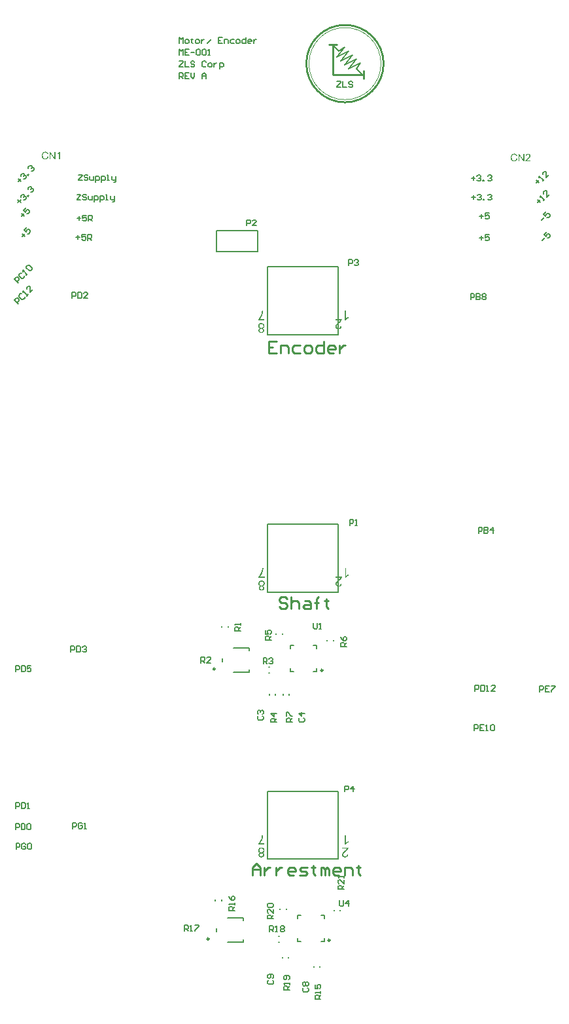
<source format=gbr>
%TF.GenerationSoftware,Altium Limited,Altium Designer,19.1.6 (110)*%
G04 Layer_Color=65535*
%FSLAX26Y26*%
%MOIN*%
%TF.FileFunction,Legend,Top*%
%TF.Part,Single*%
G01*
G75*
%TA.AperFunction,NonConductor*%
%ADD21C,0.005906*%
%ADD37C,0.009842*%
%ADD38C,0.007874*%
%ADD55C,0.003937*%
%ADD56C,0.010000*%
%ADD57C,0.007870*%
%ADD58C,0.005000*%
G36*
X-208749Y1304248D02*
X-208159Y1304174D01*
X-207421Y1304100D01*
X-206609Y1303953D01*
X-205723Y1303805D01*
X-203878Y1303289D01*
X-202845Y1302920D01*
X-201886Y1302477D01*
X-200926Y1302034D01*
X-199893Y1301444D01*
X-199007Y1300779D01*
X-198122Y1300041D01*
X-198048Y1299968D01*
X-197900Y1299820D01*
X-197679Y1299599D01*
X-197458Y1299230D01*
X-197089Y1298861D01*
X-196720Y1298344D01*
X-196277Y1297754D01*
X-195908Y1297016D01*
X-195465Y1296278D01*
X-195022Y1295466D01*
X-194358Y1293621D01*
X-194063Y1292588D01*
X-193841Y1291554D01*
X-193694Y1290374D01*
X-193620Y1289193D01*
Y1289119D01*
Y1288971D01*
Y1288750D01*
X-193694Y1288381D01*
Y1287938D01*
X-193768Y1287495D01*
X-193915Y1286315D01*
X-194210Y1285060D01*
X-194653Y1283732D01*
X-195244Y1282329D01*
X-196055Y1281075D01*
Y1281001D01*
X-196203Y1280927D01*
X-196498Y1280558D01*
X-197089Y1279968D01*
X-197827Y1279304D01*
X-198860Y1278566D01*
X-200041Y1277828D01*
X-201443Y1277163D01*
X-203066Y1276647D01*
X-202993D01*
X-202919Y1276573D01*
X-202476Y1276352D01*
X-201738Y1276056D01*
X-200926Y1275614D01*
X-199967Y1275023D01*
X-199081Y1274359D01*
X-198196Y1273547D01*
X-197384Y1272662D01*
X-197310Y1272514D01*
X-197089Y1272219D01*
X-196793Y1271628D01*
X-196498Y1270890D01*
X-196203Y1270005D01*
X-195908Y1268972D01*
X-195686Y1267791D01*
X-195613Y1266536D01*
Y1266462D01*
Y1266315D01*
Y1266020D01*
X-195686Y1265651D01*
X-195760Y1265134D01*
X-195834Y1264617D01*
X-196129Y1263363D01*
X-196572Y1261887D01*
X-197236Y1260337D01*
X-197679Y1259599D01*
X-198196Y1258861D01*
X-198786Y1258123D01*
X-199450Y1257385D01*
X-199524Y1257311D01*
X-199598Y1257237D01*
X-199893Y1257016D01*
X-200188Y1256795D01*
X-200557Y1256499D01*
X-201000Y1256204D01*
X-201590Y1255909D01*
X-202255Y1255540D01*
X-202919Y1255171D01*
X-203731Y1254876D01*
X-205502Y1254285D01*
X-207568Y1253843D01*
X-208675Y1253769D01*
X-209856Y1253695D01*
X-210520D01*
X-210963Y1253769D01*
X-211480Y1253843D01*
X-212144Y1253916D01*
X-213620Y1254138D01*
X-215243Y1254654D01*
X-217015Y1255319D01*
X-217900Y1255761D01*
X-218712Y1256278D01*
X-219598Y1256868D01*
X-220336Y1257533D01*
X-220409Y1257606D01*
X-220483Y1257680D01*
X-220705Y1257902D01*
X-220926Y1258197D01*
X-221295Y1258566D01*
X-221590Y1259009D01*
X-222328Y1260116D01*
X-223066Y1261444D01*
X-223730Y1262994D01*
X-224173Y1264765D01*
X-224247Y1265724D01*
X-224321Y1266684D01*
Y1266758D01*
Y1266831D01*
Y1267274D01*
X-224247Y1267938D01*
X-224099Y1268750D01*
X-223878Y1269710D01*
X-223509Y1270669D01*
X-223066Y1271702D01*
X-222476Y1272735D01*
X-222402Y1272809D01*
X-222107Y1273178D01*
X-221664Y1273621D01*
X-221074Y1274138D01*
X-220336Y1274802D01*
X-219376Y1275466D01*
X-218269Y1276056D01*
X-216941Y1276647D01*
X-217015D01*
X-217162Y1276721D01*
X-217384Y1276794D01*
X-217679Y1276942D01*
X-218564Y1277311D01*
X-219598Y1277828D01*
X-220705Y1278492D01*
X-221885Y1279304D01*
X-222992Y1280263D01*
X-223952Y1281444D01*
X-224026Y1281591D01*
X-224321Y1282034D01*
X-224690Y1282698D01*
X-225206Y1283658D01*
X-225649Y1284839D01*
X-226018Y1286167D01*
X-226313Y1287717D01*
X-226387Y1289340D01*
Y1289414D01*
Y1289636D01*
Y1289931D01*
X-226313Y1290374D01*
X-226240Y1290964D01*
X-226166Y1291554D01*
X-226018Y1292292D01*
X-225797Y1293030D01*
X-225280Y1294728D01*
X-224911Y1295613D01*
X-224468Y1296499D01*
X-223952Y1297458D01*
X-223288Y1298344D01*
X-222623Y1299230D01*
X-221812Y1300041D01*
X-221738Y1300115D01*
X-221590Y1300189D01*
X-221369Y1300410D01*
X-221000Y1300706D01*
X-220557Y1301001D01*
X-220040Y1301370D01*
X-219376Y1301813D01*
X-218638Y1302182D01*
X-217826Y1302551D01*
X-216941Y1302993D01*
X-215981Y1303362D01*
X-214948Y1303658D01*
X-213841Y1303953D01*
X-212587Y1304100D01*
X-211332Y1304248D01*
X-210004Y1304322D01*
X-209266D01*
X-208749Y1304248D01*
D02*
G37*
G36*
X-200557Y1367416D02*
Y1367195D01*
Y1366900D01*
X-200631Y1366457D01*
Y1365866D01*
X-200705Y1365202D01*
X-200779Y1364390D01*
X-200852Y1363505D01*
X-201000Y1362545D01*
X-201148Y1361512D01*
X-201369Y1360331D01*
X-201590Y1359077D01*
X-201812Y1357748D01*
X-202107Y1356346D01*
X-202845Y1353394D01*
Y1353320D01*
X-202919Y1353025D01*
X-203066Y1352582D01*
X-203288Y1351992D01*
X-203509Y1351254D01*
X-203731Y1350368D01*
X-204100Y1349335D01*
X-204469Y1348228D01*
X-204911Y1347047D01*
X-205354Y1345793D01*
X-206461Y1343136D01*
X-207716Y1340258D01*
X-209118Y1337380D01*
X-209192Y1337306D01*
X-209339Y1337011D01*
X-209561Y1336642D01*
X-209856Y1336051D01*
X-210225Y1335387D01*
X-210668Y1334649D01*
X-211184Y1333763D01*
X-211775Y1332804D01*
X-213103Y1330811D01*
X-214579Y1328597D01*
X-216277Y1326383D01*
X-217974Y1324317D01*
X-193620D01*
Y1318487D01*
X-225797D01*
Y1323210D01*
X-225723Y1323284D01*
X-225575Y1323431D01*
X-225354Y1323727D01*
X-224985Y1324169D01*
X-224542Y1324612D01*
X-224026Y1325276D01*
X-223435Y1326014D01*
X-222845Y1326826D01*
X-222107Y1327712D01*
X-221369Y1328745D01*
X-220631Y1329852D01*
X-219819Y1331033D01*
X-218933Y1332361D01*
X-218122Y1333690D01*
X-217236Y1335166D01*
X-216350Y1336715D01*
X-216277Y1336789D01*
X-216129Y1337084D01*
X-215908Y1337527D01*
X-215612Y1338118D01*
X-215170Y1338929D01*
X-214727Y1339815D01*
X-214210Y1340848D01*
X-213694Y1341955D01*
X-213103Y1343210D01*
X-212513Y1344538D01*
X-211922Y1345940D01*
X-211332Y1347490D01*
X-210151Y1350590D01*
X-209118Y1353837D01*
Y1353911D01*
X-209044Y1354132D01*
X-208970Y1354427D01*
X-208823Y1354944D01*
X-208675Y1355534D01*
X-208528Y1356199D01*
X-208306Y1357010D01*
X-208159Y1357896D01*
X-207937Y1358855D01*
X-207716Y1359889D01*
X-207347Y1362250D01*
X-207052Y1364759D01*
X-206830Y1367490D01*
X-200557D01*
Y1367416D01*
D02*
G37*
G36*
X199926Y1322926D02*
Y1322631D01*
Y1322188D01*
X199852Y1321672D01*
X199779Y1321007D01*
X199705Y1320343D01*
X199483Y1319531D01*
X199262Y1318793D01*
Y1318720D01*
X199188Y1318646D01*
X199041Y1318203D01*
X198745Y1317539D01*
X198303Y1316727D01*
X197712Y1315694D01*
X197048Y1314587D01*
X196236Y1313406D01*
X195277Y1312225D01*
Y1312151D01*
X195129Y1312078D01*
X194760Y1311635D01*
X194096Y1310971D01*
X193210Y1310085D01*
X192103Y1308978D01*
X190701Y1307650D01*
X189078Y1306247D01*
X187233Y1304698D01*
X187159Y1304624D01*
X186864Y1304402D01*
X186495Y1304033D01*
X185904Y1303591D01*
X185240Y1303074D01*
X184502Y1302410D01*
X182878Y1300860D01*
X181033Y1299236D01*
X179262Y1297465D01*
X178377Y1296580D01*
X177639Y1295768D01*
X176901Y1294956D01*
X176310Y1294218D01*
Y1294144D01*
X176163Y1294070D01*
X176015Y1293849D01*
X175867Y1293554D01*
X175425Y1292816D01*
X174834Y1291856D01*
X174318Y1290676D01*
X173875Y1289421D01*
X173580Y1288166D01*
X173432Y1286838D01*
Y1286764D01*
Y1286690D01*
X173506Y1286248D01*
X173580Y1285583D01*
X173727Y1284698D01*
X174096Y1283738D01*
X174539Y1282705D01*
X175203Y1281672D01*
X176089Y1280713D01*
X176236Y1280639D01*
X176532Y1280344D01*
X177122Y1279901D01*
X177860Y1279458D01*
X178893Y1279015D01*
X180000Y1278572D01*
X181329Y1278277D01*
X182805Y1278203D01*
X183247D01*
X183543Y1278277D01*
X184354Y1278351D01*
X185314Y1278572D01*
X186495Y1278868D01*
X187675Y1279384D01*
X188856Y1280048D01*
X189889Y1280934D01*
X189963Y1281082D01*
X190258Y1281451D01*
X190701Y1282041D01*
X191144Y1282853D01*
X191661Y1283886D01*
X192030Y1285141D01*
X192325Y1286617D01*
X192472Y1288240D01*
X198745Y1287576D01*
Y1287502D01*
Y1287281D01*
X198672Y1286912D01*
X198598Y1286395D01*
X198450Y1285805D01*
X198303Y1285141D01*
X197934Y1283591D01*
X197343Y1281893D01*
X196458Y1280122D01*
X195941Y1279237D01*
X195351Y1278425D01*
X194686Y1277613D01*
X193948Y1276875D01*
X193875Y1276801D01*
X193727Y1276727D01*
X193506Y1276506D01*
X193210Y1276285D01*
X192768Y1275989D01*
X192251Y1275694D01*
X191661Y1275399D01*
X190923Y1275030D01*
X190185Y1274661D01*
X189373Y1274366D01*
X188413Y1274071D01*
X187380Y1273775D01*
X186347Y1273554D01*
X185166Y1273333D01*
X183985Y1273259D01*
X182657Y1273185D01*
X181993D01*
X181476Y1273259D01*
X180886Y1273333D01*
X180148Y1273406D01*
X179410Y1273480D01*
X178524Y1273702D01*
X176753Y1274144D01*
X174834Y1274882D01*
X173949Y1275325D01*
X173063Y1275842D01*
X172177Y1276432D01*
X171366Y1277170D01*
X171292Y1277244D01*
X171218Y1277318D01*
X170997Y1277539D01*
X170701Y1277908D01*
X170406Y1278277D01*
X170037Y1278720D01*
X169668Y1279310D01*
X169225Y1279901D01*
X168487Y1281303D01*
X167823Y1283000D01*
X167528Y1283886D01*
X167307Y1284919D01*
X167233Y1285879D01*
X167159Y1286986D01*
Y1287133D01*
Y1287502D01*
X167233Y1288093D01*
X167307Y1288831D01*
X167454Y1289790D01*
X167676Y1290749D01*
X167971Y1291783D01*
X168414Y1292890D01*
X168487Y1293037D01*
X168635Y1293406D01*
X168930Y1293923D01*
X169373Y1294661D01*
X169963Y1295620D01*
X170628Y1296653D01*
X171513Y1297760D01*
X172473Y1298941D01*
X172620Y1299089D01*
X172989Y1299532D01*
X173284Y1299827D01*
X173727Y1300270D01*
X174170Y1300712D01*
X174687Y1301229D01*
X175277Y1301819D01*
X176015Y1302484D01*
X176753Y1303148D01*
X177639Y1303960D01*
X178524Y1304771D01*
X179557Y1305657D01*
X180664Y1306616D01*
X181845Y1307650D01*
X181919Y1307723D01*
X182067Y1307871D01*
X182362Y1308092D01*
X182731Y1308388D01*
X183616Y1309199D01*
X184797Y1310159D01*
X185978Y1311192D01*
X187085Y1312225D01*
X188118Y1313185D01*
X188487Y1313554D01*
X188856Y1313923D01*
X188930Y1313996D01*
X189078Y1314218D01*
X189373Y1314513D01*
X189742Y1314956D01*
X190185Y1315399D01*
X190627Y1315989D01*
X191439Y1317170D01*
X167085D01*
Y1323000D01*
X199926D01*
Y1322926D01*
D02*
G37*
G36*
X221993Y1328745D02*
X222067Y1328819D01*
X222362Y1329114D01*
X222879Y1329483D01*
X223543Y1330073D01*
X224355Y1330664D01*
X225388Y1331402D01*
X226569Y1332140D01*
X227823Y1332952D01*
X227897D01*
X227971Y1333025D01*
X228414Y1333321D01*
X229078Y1333690D01*
X229963Y1334132D01*
X230923Y1334649D01*
X231956Y1335092D01*
X233063Y1335608D01*
X234170Y1336051D01*
Y1330147D01*
X234096D01*
X233949Y1330073D01*
X233653Y1329926D01*
X233284Y1329704D01*
X232842Y1329483D01*
X232325Y1329188D01*
X231144Y1328524D01*
X229742Y1327712D01*
X228266Y1326752D01*
X226790Y1325645D01*
X225314Y1324391D01*
X225240Y1324317D01*
X225166Y1324243D01*
X224650Y1323800D01*
X223986Y1323136D01*
X223174Y1322251D01*
X222288Y1321217D01*
X221403Y1320110D01*
X220517Y1318930D01*
X219853Y1317675D01*
X215868D01*
Y1367490D01*
X221993D01*
Y1328745D01*
D02*
G37*
G36*
X222993Y18745D02*
X223067Y18819D01*
X223362Y19114D01*
X223879Y19483D01*
X224543Y20073D01*
X225355Y20664D01*
X226388Y21402D01*
X227569Y22140D01*
X228823Y22952D01*
X228897D01*
X228971Y23025D01*
X229414Y23321D01*
X230078Y23690D01*
X230963Y24132D01*
X231923Y24649D01*
X232956Y25092D01*
X234063Y25608D01*
X235170Y26051D01*
Y20147D01*
X235096D01*
X234949Y20073D01*
X234653Y19926D01*
X234284Y19704D01*
X233842Y19483D01*
X233325Y19188D01*
X232144Y18524D01*
X230742Y17712D01*
X229266Y16752D01*
X227790Y15645D01*
X226314Y14391D01*
X226240Y14317D01*
X226166Y14243D01*
X225650Y13800D01*
X224986Y13136D01*
X224174Y12251D01*
X223288Y11217D01*
X222403Y10110D01*
X221517Y8930D01*
X220853Y7675D01*
X216868D01*
Y57490D01*
X222993D01*
Y18745D01*
D02*
G37*
G36*
X200926Y12926D02*
Y12631D01*
Y12188D01*
X200852Y11672D01*
X200779Y11007D01*
X200705Y10343D01*
X200483Y9531D01*
X200262Y8793D01*
Y8720D01*
X200188Y8646D01*
X200041Y8203D01*
X199745Y7539D01*
X199303Y6727D01*
X198712Y5694D01*
X198048Y4587D01*
X197236Y3406D01*
X196277Y2225D01*
Y2151D01*
X196129Y2078D01*
X195760Y1635D01*
X195096Y971D01*
X194210Y85D01*
X193103Y-1022D01*
X191701Y-2350D01*
X190078Y-3753D01*
X188233Y-5302D01*
X188159Y-5376D01*
X187864Y-5598D01*
X187495Y-5967D01*
X186904Y-6409D01*
X186240Y-6926D01*
X185502Y-7590D01*
X183878Y-9140D01*
X182033Y-10764D01*
X180262Y-12535D01*
X179377Y-13420D01*
X178639Y-14232D01*
X177901Y-15044D01*
X177310Y-15782D01*
Y-15856D01*
X177163Y-15930D01*
X177015Y-16151D01*
X176867Y-16446D01*
X176425Y-17184D01*
X175834Y-18144D01*
X175318Y-19324D01*
X174875Y-20579D01*
X174580Y-21834D01*
X174432Y-23162D01*
Y-23236D01*
Y-23310D01*
X174506Y-23752D01*
X174580Y-24417D01*
X174727Y-25302D01*
X175096Y-26262D01*
X175539Y-27295D01*
X176203Y-28328D01*
X177089Y-29287D01*
X177236Y-29361D01*
X177532Y-29656D01*
X178122Y-30099D01*
X178860Y-30542D01*
X179893Y-30985D01*
X181000Y-31428D01*
X182329Y-31723D01*
X183805Y-31797D01*
X184247D01*
X184543Y-31723D01*
X185354Y-31649D01*
X186314Y-31428D01*
X187495Y-31132D01*
X188675Y-30616D01*
X189856Y-29952D01*
X190889Y-29066D01*
X190963Y-28918D01*
X191258Y-28549D01*
X191701Y-27959D01*
X192144Y-27147D01*
X192661Y-26114D01*
X193030Y-24859D01*
X193325Y-23383D01*
X193472Y-21760D01*
X199745Y-22424D01*
Y-22498D01*
Y-22719D01*
X199672Y-23088D01*
X199598Y-23605D01*
X199450Y-24195D01*
X199303Y-24859D01*
X198934Y-26409D01*
X198343Y-28107D01*
X197458Y-29878D01*
X196941Y-30763D01*
X196351Y-31575D01*
X195686Y-32387D01*
X194948Y-33125D01*
X194875Y-33199D01*
X194727Y-33273D01*
X194506Y-33494D01*
X194210Y-33715D01*
X193768Y-34011D01*
X193251Y-34306D01*
X192661Y-34601D01*
X191923Y-34970D01*
X191185Y-35339D01*
X190373Y-35634D01*
X189413Y-35929D01*
X188380Y-36225D01*
X187347Y-36446D01*
X186166Y-36667D01*
X184985Y-36741D01*
X183657Y-36815D01*
X182993D01*
X182476Y-36741D01*
X181886Y-36667D01*
X181148Y-36594D01*
X180410Y-36520D01*
X179524Y-36298D01*
X177753Y-35856D01*
X175834Y-35118D01*
X174949Y-34675D01*
X174063Y-34158D01*
X173177Y-33568D01*
X172366Y-32830D01*
X172292Y-32756D01*
X172218Y-32682D01*
X171997Y-32461D01*
X171701Y-32092D01*
X171406Y-31723D01*
X171037Y-31280D01*
X170668Y-30690D01*
X170225Y-30099D01*
X169487Y-28697D01*
X168823Y-27000D01*
X168528Y-26114D01*
X168307Y-25081D01*
X168233Y-24121D01*
X168159Y-23014D01*
Y-22867D01*
Y-22498D01*
X168233Y-21907D01*
X168307Y-21169D01*
X168454Y-20210D01*
X168676Y-19251D01*
X168971Y-18217D01*
X169414Y-17110D01*
X169487Y-16963D01*
X169635Y-16594D01*
X169930Y-16077D01*
X170373Y-15339D01*
X170963Y-14380D01*
X171628Y-13347D01*
X172513Y-12240D01*
X173473Y-11059D01*
X173620Y-10911D01*
X173989Y-10468D01*
X174284Y-10173D01*
X174727Y-9730D01*
X175170Y-9288D01*
X175687Y-8771D01*
X176277Y-8181D01*
X177015Y-7516D01*
X177753Y-6852D01*
X178639Y-6040D01*
X179524Y-5229D01*
X180557Y-4343D01*
X181664Y-3384D01*
X182845Y-2350D01*
X182919Y-2277D01*
X183067Y-2129D01*
X183362Y-1908D01*
X183731Y-1612D01*
X184616Y-801D01*
X185797Y159D01*
X186978Y1192D01*
X188085Y2225D01*
X189118Y3185D01*
X189487Y3554D01*
X189856Y3923D01*
X189930Y3996D01*
X190078Y4218D01*
X190373Y4513D01*
X190742Y4956D01*
X191185Y5399D01*
X191627Y5989D01*
X192439Y7170D01*
X168085D01*
Y13000D01*
X200926D01*
Y12926D01*
D02*
G37*
G36*
X-199557Y57416D02*
Y57195D01*
Y56900D01*
X-199631Y56457D01*
Y55866D01*
X-199705Y55202D01*
X-199779Y54390D01*
X-199852Y53505D01*
X-200000Y52545D01*
X-200148Y51512D01*
X-200369Y50331D01*
X-200590Y49077D01*
X-200812Y47748D01*
X-201107Y46346D01*
X-201845Y43394D01*
Y43320D01*
X-201919Y43025D01*
X-202066Y42582D01*
X-202288Y41992D01*
X-202509Y41254D01*
X-202731Y40368D01*
X-203100Y39335D01*
X-203469Y38228D01*
X-203911Y37047D01*
X-204354Y35793D01*
X-205461Y33136D01*
X-206716Y30258D01*
X-208118Y27380D01*
X-208192Y27306D01*
X-208339Y27011D01*
X-208561Y26642D01*
X-208856Y26051D01*
X-209225Y25387D01*
X-209668Y24649D01*
X-210184Y23763D01*
X-210775Y22804D01*
X-212103Y20811D01*
X-213579Y18597D01*
X-215277Y16383D01*
X-216974Y14317D01*
X-192620D01*
Y8487D01*
X-224797D01*
Y13210D01*
X-224723Y13284D01*
X-224575Y13431D01*
X-224354Y13727D01*
X-223985Y14169D01*
X-223542Y14612D01*
X-223026Y15276D01*
X-222435Y16014D01*
X-221845Y16826D01*
X-221107Y17712D01*
X-220369Y18745D01*
X-219631Y19852D01*
X-218819Y21033D01*
X-217933Y22361D01*
X-217122Y23690D01*
X-216236Y25166D01*
X-215350Y26715D01*
X-215277Y26789D01*
X-215129Y27084D01*
X-214908Y27527D01*
X-214612Y28118D01*
X-214170Y28929D01*
X-213727Y29815D01*
X-213210Y30848D01*
X-212694Y31955D01*
X-212103Y33210D01*
X-211513Y34538D01*
X-210922Y35940D01*
X-210332Y37490D01*
X-209151Y40590D01*
X-208118Y43837D01*
Y43911D01*
X-208044Y44132D01*
X-207970Y44427D01*
X-207823Y44944D01*
X-207675Y45534D01*
X-207528Y46199D01*
X-207306Y47010D01*
X-207159Y47896D01*
X-206937Y48855D01*
X-206716Y49889D01*
X-206347Y52250D01*
X-206052Y54759D01*
X-205830Y57490D01*
X-199557D01*
Y57416D01*
D02*
G37*
G36*
X-207749Y-5752D02*
X-207159Y-5826D01*
X-206421Y-5900D01*
X-205609Y-6047D01*
X-204723Y-6195D01*
X-202878Y-6711D01*
X-201845Y-7080D01*
X-200886Y-7523D01*
X-199926Y-7966D01*
X-198893Y-8556D01*
X-198007Y-9221D01*
X-197122Y-9959D01*
X-197048Y-10032D01*
X-196900Y-10180D01*
X-196679Y-10401D01*
X-196458Y-10770D01*
X-196089Y-11139D01*
X-195720Y-11656D01*
X-195277Y-12246D01*
X-194908Y-12984D01*
X-194465Y-13722D01*
X-194022Y-14534D01*
X-193358Y-16379D01*
X-193063Y-17412D01*
X-192841Y-18446D01*
X-192694Y-19626D01*
X-192620Y-20807D01*
Y-20881D01*
Y-21029D01*
Y-21250D01*
X-192694Y-21619D01*
Y-22062D01*
X-192768Y-22505D01*
X-192915Y-23685D01*
X-193210Y-24940D01*
X-193653Y-26268D01*
X-194244Y-27671D01*
X-195055Y-28925D01*
Y-28999D01*
X-195203Y-29073D01*
X-195498Y-29442D01*
X-196089Y-30032D01*
X-196827Y-30696D01*
X-197860Y-31434D01*
X-199041Y-32172D01*
X-200443Y-32837D01*
X-202066Y-33353D01*
X-201993D01*
X-201919Y-33427D01*
X-201476Y-33648D01*
X-200738Y-33944D01*
X-199926Y-34386D01*
X-198967Y-34977D01*
X-198081Y-35641D01*
X-197196Y-36453D01*
X-196384Y-37338D01*
X-196310Y-37486D01*
X-196089Y-37781D01*
X-195793Y-38372D01*
X-195498Y-39110D01*
X-195203Y-39995D01*
X-194908Y-41028D01*
X-194686Y-42209D01*
X-194613Y-43464D01*
Y-43538D01*
Y-43685D01*
Y-43980D01*
X-194686Y-44349D01*
X-194760Y-44866D01*
X-194834Y-45383D01*
X-195129Y-46637D01*
X-195572Y-48113D01*
X-196236Y-49663D01*
X-196679Y-50401D01*
X-197196Y-51139D01*
X-197786Y-51877D01*
X-198450Y-52615D01*
X-198524Y-52689D01*
X-198598Y-52763D01*
X-198893Y-52984D01*
X-199188Y-53205D01*
X-199557Y-53501D01*
X-200000Y-53796D01*
X-200590Y-54091D01*
X-201255Y-54460D01*
X-201919Y-54829D01*
X-202731Y-55124D01*
X-204502Y-55715D01*
X-206568Y-56157D01*
X-207675Y-56231D01*
X-208856Y-56305D01*
X-209520D01*
X-209963Y-56231D01*
X-210480Y-56157D01*
X-211144Y-56084D01*
X-212620Y-55862D01*
X-214243Y-55346D01*
X-216015Y-54681D01*
X-216900Y-54239D01*
X-217712Y-53722D01*
X-218598Y-53132D01*
X-219336Y-52467D01*
X-219409Y-52394D01*
X-219483Y-52320D01*
X-219705Y-52098D01*
X-219926Y-51803D01*
X-220295Y-51434D01*
X-220590Y-50991D01*
X-221328Y-49884D01*
X-222066Y-48556D01*
X-222730Y-47006D01*
X-223173Y-45235D01*
X-223247Y-44276D01*
X-223321Y-43316D01*
Y-43242D01*
Y-43169D01*
Y-42726D01*
X-223247Y-42062D01*
X-223099Y-41250D01*
X-222878Y-40290D01*
X-222509Y-39331D01*
X-222066Y-38298D01*
X-221476Y-37265D01*
X-221402Y-37191D01*
X-221107Y-36822D01*
X-220664Y-36379D01*
X-220074Y-35862D01*
X-219336Y-35198D01*
X-218376Y-34534D01*
X-217269Y-33944D01*
X-215941Y-33353D01*
X-216015D01*
X-216162Y-33279D01*
X-216384Y-33206D01*
X-216679Y-33058D01*
X-217564Y-32689D01*
X-218598Y-32172D01*
X-219705Y-31508D01*
X-220885Y-30696D01*
X-221992Y-29737D01*
X-222952Y-28556D01*
X-223026Y-28409D01*
X-223321Y-27966D01*
X-223690Y-27302D01*
X-224206Y-26342D01*
X-224649Y-25161D01*
X-225018Y-23833D01*
X-225313Y-22283D01*
X-225387Y-20660D01*
Y-20586D01*
Y-20364D01*
Y-20069D01*
X-225313Y-19626D01*
X-225240Y-19036D01*
X-225166Y-18446D01*
X-225018Y-17708D01*
X-224797Y-16970D01*
X-224280Y-15272D01*
X-223911Y-14387D01*
X-223468Y-13501D01*
X-222952Y-12542D01*
X-222288Y-11656D01*
X-221623Y-10770D01*
X-220812Y-9959D01*
X-220738Y-9885D01*
X-220590Y-9811D01*
X-220369Y-9590D01*
X-220000Y-9294D01*
X-219557Y-8999D01*
X-219040Y-8630D01*
X-218376Y-8187D01*
X-217638Y-7818D01*
X-216826Y-7449D01*
X-215941Y-7007D01*
X-214981Y-6638D01*
X-213948Y-6342D01*
X-212841Y-6047D01*
X-211587Y-5900D01*
X-210332Y-5752D01*
X-209004Y-5678D01*
X-208266D01*
X-207749Y-5752D01*
D02*
G37*
G36*
X-208749Y-1363752D02*
X-208159Y-1363826D01*
X-207421Y-1363900D01*
X-206609Y-1364047D01*
X-205723Y-1364195D01*
X-203878Y-1364711D01*
X-202845Y-1365080D01*
X-201886Y-1365523D01*
X-200926Y-1365966D01*
X-199893Y-1366556D01*
X-199007Y-1367221D01*
X-198122Y-1367959D01*
X-198048Y-1368032D01*
X-197900Y-1368180D01*
X-197679Y-1368401D01*
X-197458Y-1368770D01*
X-197089Y-1369139D01*
X-196720Y-1369656D01*
X-196277Y-1370246D01*
X-195908Y-1370984D01*
X-195465Y-1371722D01*
X-195022Y-1372534D01*
X-194358Y-1374379D01*
X-194063Y-1375412D01*
X-193841Y-1376446D01*
X-193694Y-1377626D01*
X-193620Y-1378807D01*
Y-1378881D01*
Y-1379029D01*
Y-1379250D01*
X-193694Y-1379619D01*
Y-1380062D01*
X-193768Y-1380505D01*
X-193915Y-1381685D01*
X-194210Y-1382940D01*
X-194653Y-1384268D01*
X-195244Y-1385671D01*
X-196055Y-1386925D01*
Y-1386999D01*
X-196203Y-1387073D01*
X-196498Y-1387442D01*
X-197089Y-1388032D01*
X-197827Y-1388696D01*
X-198860Y-1389434D01*
X-200041Y-1390172D01*
X-201443Y-1390837D01*
X-203066Y-1391353D01*
X-202993D01*
X-202919Y-1391427D01*
X-202476Y-1391648D01*
X-201738Y-1391944D01*
X-200926Y-1392386D01*
X-199967Y-1392977D01*
X-199081Y-1393641D01*
X-198196Y-1394453D01*
X-197384Y-1395338D01*
X-197310Y-1395486D01*
X-197089Y-1395781D01*
X-196793Y-1396372D01*
X-196498Y-1397110D01*
X-196203Y-1397995D01*
X-195908Y-1399028D01*
X-195686Y-1400209D01*
X-195613Y-1401464D01*
Y-1401538D01*
Y-1401685D01*
Y-1401980D01*
X-195686Y-1402349D01*
X-195760Y-1402866D01*
X-195834Y-1403383D01*
X-196129Y-1404637D01*
X-196572Y-1406113D01*
X-197236Y-1407663D01*
X-197679Y-1408401D01*
X-198196Y-1409139D01*
X-198786Y-1409877D01*
X-199450Y-1410615D01*
X-199524Y-1410689D01*
X-199598Y-1410763D01*
X-199893Y-1410984D01*
X-200188Y-1411205D01*
X-200557Y-1411501D01*
X-201000Y-1411796D01*
X-201590Y-1412091D01*
X-202255Y-1412460D01*
X-202919Y-1412829D01*
X-203731Y-1413124D01*
X-205502Y-1413715D01*
X-207568Y-1414157D01*
X-208675Y-1414231D01*
X-209856Y-1414305D01*
X-210520D01*
X-210963Y-1414231D01*
X-211480Y-1414157D01*
X-212144Y-1414084D01*
X-213620Y-1413862D01*
X-215243Y-1413346D01*
X-217015Y-1412681D01*
X-217900Y-1412239D01*
X-218712Y-1411722D01*
X-219598Y-1411132D01*
X-220336Y-1410467D01*
X-220409Y-1410394D01*
X-220483Y-1410320D01*
X-220705Y-1410098D01*
X-220926Y-1409803D01*
X-221295Y-1409434D01*
X-221590Y-1408991D01*
X-222328Y-1407884D01*
X-223066Y-1406556D01*
X-223730Y-1405006D01*
X-224173Y-1403235D01*
X-224247Y-1402276D01*
X-224321Y-1401316D01*
Y-1401242D01*
Y-1401169D01*
Y-1400726D01*
X-224247Y-1400062D01*
X-224099Y-1399250D01*
X-223878Y-1398290D01*
X-223509Y-1397331D01*
X-223066Y-1396298D01*
X-222476Y-1395265D01*
X-222402Y-1395191D01*
X-222107Y-1394822D01*
X-221664Y-1394379D01*
X-221074Y-1393862D01*
X-220336Y-1393198D01*
X-219376Y-1392534D01*
X-218269Y-1391944D01*
X-216941Y-1391353D01*
X-217015D01*
X-217162Y-1391279D01*
X-217384Y-1391206D01*
X-217679Y-1391058D01*
X-218564Y-1390689D01*
X-219598Y-1390172D01*
X-220705Y-1389508D01*
X-221885Y-1388696D01*
X-222992Y-1387737D01*
X-223952Y-1386556D01*
X-224026Y-1386409D01*
X-224321Y-1385966D01*
X-224690Y-1385302D01*
X-225206Y-1384342D01*
X-225649Y-1383161D01*
X-226018Y-1381833D01*
X-226313Y-1380283D01*
X-226387Y-1378660D01*
Y-1378586D01*
Y-1378364D01*
Y-1378069D01*
X-226313Y-1377626D01*
X-226240Y-1377036D01*
X-226166Y-1376446D01*
X-226018Y-1375708D01*
X-225797Y-1374970D01*
X-225280Y-1373272D01*
X-224911Y-1372387D01*
X-224468Y-1371501D01*
X-223952Y-1370542D01*
X-223288Y-1369656D01*
X-222623Y-1368770D01*
X-221812Y-1367959D01*
X-221738Y-1367885D01*
X-221590Y-1367811D01*
X-221369Y-1367590D01*
X-221000Y-1367294D01*
X-220557Y-1366999D01*
X-220040Y-1366630D01*
X-219376Y-1366187D01*
X-218638Y-1365818D01*
X-217826Y-1365449D01*
X-216941Y-1365007D01*
X-215981Y-1364638D01*
X-214948Y-1364342D01*
X-213841Y-1364047D01*
X-212587Y-1363900D01*
X-211332Y-1363752D01*
X-210004Y-1363678D01*
X-209266D01*
X-208749Y-1363752D01*
D02*
G37*
G36*
X-200557Y-1300584D02*
Y-1300805D01*
Y-1301100D01*
X-200631Y-1301543D01*
Y-1302134D01*
X-200705Y-1302798D01*
X-200779Y-1303610D01*
X-200852Y-1304495D01*
X-201000Y-1305455D01*
X-201148Y-1306488D01*
X-201369Y-1307669D01*
X-201590Y-1308923D01*
X-201812Y-1310252D01*
X-202107Y-1311654D01*
X-202845Y-1314606D01*
Y-1314680D01*
X-202919Y-1314975D01*
X-203066Y-1315418D01*
X-203288Y-1316008D01*
X-203509Y-1316746D01*
X-203731Y-1317632D01*
X-204100Y-1318665D01*
X-204469Y-1319772D01*
X-204911Y-1320953D01*
X-205354Y-1322207D01*
X-206461Y-1324864D01*
X-207716Y-1327742D01*
X-209118Y-1330620D01*
X-209192Y-1330694D01*
X-209339Y-1330989D01*
X-209561Y-1331358D01*
X-209856Y-1331949D01*
X-210225Y-1332613D01*
X-210668Y-1333351D01*
X-211184Y-1334237D01*
X-211775Y-1335196D01*
X-213103Y-1337189D01*
X-214579Y-1339403D01*
X-216277Y-1341617D01*
X-217974Y-1343683D01*
X-193620D01*
Y-1349513D01*
X-225797D01*
Y-1344790D01*
X-225723Y-1344716D01*
X-225575Y-1344569D01*
X-225354Y-1344273D01*
X-224985Y-1343831D01*
X-224542Y-1343388D01*
X-224026Y-1342724D01*
X-223435Y-1341986D01*
X-222845Y-1341174D01*
X-222107Y-1340288D01*
X-221369Y-1339255D01*
X-220631Y-1338148D01*
X-219819Y-1336967D01*
X-218933Y-1335639D01*
X-218122Y-1334310D01*
X-217236Y-1332834D01*
X-216350Y-1331285D01*
X-216277Y-1331211D01*
X-216129Y-1330916D01*
X-215908Y-1330473D01*
X-215612Y-1329882D01*
X-215170Y-1329071D01*
X-214727Y-1328185D01*
X-214210Y-1327152D01*
X-213694Y-1326045D01*
X-213103Y-1324790D01*
X-212513Y-1323462D01*
X-211922Y-1322060D01*
X-211332Y-1320510D01*
X-210151Y-1317410D01*
X-209118Y-1314163D01*
Y-1314089D01*
X-209044Y-1313868D01*
X-208970Y-1313573D01*
X-208823Y-1313056D01*
X-208675Y-1312466D01*
X-208528Y-1311801D01*
X-208306Y-1310990D01*
X-208159Y-1310104D01*
X-207937Y-1309145D01*
X-207716Y-1308111D01*
X-207347Y-1305750D01*
X-207052Y-1303241D01*
X-206830Y-1300510D01*
X-200557D01*
Y-1300584D01*
D02*
G37*
G36*
X234096Y-1364564D02*
Y-1364859D01*
Y-1365302D01*
X234022Y-1365818D01*
X233949Y-1366483D01*
X233875Y-1367147D01*
X233653Y-1367959D01*
X233432Y-1368697D01*
Y-1368770D01*
X233358Y-1368844D01*
X233211Y-1369287D01*
X232915Y-1369951D01*
X232473Y-1370763D01*
X231882Y-1371796D01*
X231218Y-1372903D01*
X230406Y-1374084D01*
X229447Y-1375265D01*
Y-1375339D01*
X229299Y-1375412D01*
X228930Y-1375855D01*
X228266Y-1376519D01*
X227380Y-1377405D01*
X226273Y-1378512D01*
X224871Y-1379840D01*
X223248Y-1381243D01*
X221403Y-1382792D01*
X221329Y-1382866D01*
X221034Y-1383088D01*
X220665Y-1383457D01*
X220074Y-1383899D01*
X219410Y-1384416D01*
X218672Y-1385080D01*
X217048Y-1386630D01*
X215203Y-1388254D01*
X213432Y-1390025D01*
X212547Y-1390910D01*
X211809Y-1391722D01*
X211071Y-1392534D01*
X210480Y-1393272D01*
Y-1393346D01*
X210333Y-1393420D01*
X210185Y-1393641D01*
X210037Y-1393936D01*
X209595Y-1394674D01*
X209004Y-1395634D01*
X208488Y-1396814D01*
X208045Y-1398069D01*
X207750Y-1399324D01*
X207602Y-1400652D01*
Y-1400726D01*
Y-1400800D01*
X207676Y-1401242D01*
X207750Y-1401907D01*
X207897Y-1402792D01*
X208266Y-1403752D01*
X208709Y-1404785D01*
X209373Y-1405818D01*
X210259Y-1406777D01*
X210406Y-1406851D01*
X210702Y-1407146D01*
X211292Y-1407589D01*
X212030Y-1408032D01*
X213063Y-1408475D01*
X214170Y-1408918D01*
X215499Y-1409213D01*
X216975Y-1409287D01*
X217417D01*
X217713Y-1409213D01*
X218524Y-1409139D01*
X219484Y-1408918D01*
X220665Y-1408622D01*
X221845Y-1408106D01*
X223026Y-1407442D01*
X224059Y-1406556D01*
X224133Y-1406408D01*
X224428Y-1406039D01*
X224871Y-1405449D01*
X225314Y-1404637D01*
X225831Y-1403604D01*
X226200Y-1402349D01*
X226495Y-1400873D01*
X226642Y-1399250D01*
X232915Y-1399914D01*
Y-1399988D01*
Y-1400209D01*
X232842Y-1400578D01*
X232768Y-1401095D01*
X232620Y-1401685D01*
X232473Y-1402349D01*
X232104Y-1403899D01*
X231513Y-1405597D01*
X230628Y-1407368D01*
X230111Y-1408253D01*
X229521Y-1409065D01*
X228856Y-1409877D01*
X228118Y-1410615D01*
X228045Y-1410689D01*
X227897Y-1410763D01*
X227676Y-1410984D01*
X227380Y-1411205D01*
X226938Y-1411501D01*
X226421Y-1411796D01*
X225831Y-1412091D01*
X225093Y-1412460D01*
X224355Y-1412829D01*
X223543Y-1413124D01*
X222583Y-1413419D01*
X221550Y-1413715D01*
X220517Y-1413936D01*
X219336Y-1414157D01*
X218155Y-1414231D01*
X216827Y-1414305D01*
X216163D01*
X215646Y-1414231D01*
X215056Y-1414157D01*
X214318Y-1414084D01*
X213580Y-1414010D01*
X212694Y-1413788D01*
X210923Y-1413346D01*
X209004Y-1412608D01*
X208119Y-1412165D01*
X207233Y-1411648D01*
X206347Y-1411058D01*
X205536Y-1410320D01*
X205462Y-1410246D01*
X205388Y-1410172D01*
X205167Y-1409951D01*
X204871Y-1409582D01*
X204576Y-1409213D01*
X204207Y-1408770D01*
X203838Y-1408180D01*
X203395Y-1407589D01*
X202657Y-1406187D01*
X201993Y-1404490D01*
X201698Y-1403604D01*
X201477Y-1402571D01*
X201403Y-1401611D01*
X201329Y-1400504D01*
Y-1400357D01*
Y-1399988D01*
X201403Y-1399397D01*
X201477Y-1398659D01*
X201624Y-1397700D01*
X201846Y-1396741D01*
X202141Y-1395707D01*
X202584Y-1394600D01*
X202657Y-1394453D01*
X202805Y-1394084D01*
X203100Y-1393567D01*
X203543Y-1392829D01*
X204133Y-1391870D01*
X204798Y-1390837D01*
X205683Y-1389730D01*
X206643Y-1388549D01*
X206790Y-1388401D01*
X207159Y-1387958D01*
X207454Y-1387663D01*
X207897Y-1387220D01*
X208340Y-1386778D01*
X208857Y-1386261D01*
X209447Y-1385671D01*
X210185Y-1385006D01*
X210923Y-1384342D01*
X211809Y-1383530D01*
X212694Y-1382719D01*
X213727Y-1381833D01*
X214834Y-1380874D01*
X216015Y-1379840D01*
X216089Y-1379767D01*
X216237Y-1379619D01*
X216532Y-1379398D01*
X216901Y-1379102D01*
X217786Y-1378291D01*
X218967Y-1377331D01*
X220148Y-1376298D01*
X221255Y-1375265D01*
X222288Y-1374305D01*
X222657Y-1373936D01*
X223026Y-1373567D01*
X223100Y-1373494D01*
X223248Y-1373272D01*
X223543Y-1372977D01*
X223912Y-1372534D01*
X224355Y-1372091D01*
X224797Y-1371501D01*
X225609Y-1370320D01*
X201255D01*
Y-1364490D01*
X234096D01*
Y-1364564D01*
D02*
G37*
G36*
X221993Y-1339255D02*
X222067Y-1339181D01*
X222362Y-1338886D01*
X222879Y-1338517D01*
X223543Y-1337927D01*
X224355Y-1337336D01*
X225388Y-1336598D01*
X226569Y-1335860D01*
X227823Y-1335048D01*
X227897D01*
X227971Y-1334975D01*
X228414Y-1334679D01*
X229078Y-1334310D01*
X229963Y-1333868D01*
X230923Y-1333351D01*
X231956Y-1332908D01*
X233063Y-1332392D01*
X234170Y-1331949D01*
Y-1337853D01*
X234096D01*
X233949Y-1337927D01*
X233653Y-1338074D01*
X233284Y-1338296D01*
X232842Y-1338517D01*
X232325Y-1338812D01*
X231144Y-1339476D01*
X229742Y-1340288D01*
X228266Y-1341248D01*
X226790Y-1342355D01*
X225314Y-1343609D01*
X225240Y-1343683D01*
X225166Y-1343757D01*
X224650Y-1344200D01*
X223986Y-1344864D01*
X223174Y-1345749D01*
X222288Y-1346783D01*
X221403Y-1347890D01*
X220517Y-1349070D01*
X219853Y-1350325D01*
X215868D01*
Y-1300510D01*
X221993D01*
Y-1339255D01*
D02*
G37*
G36*
X1079771Y2166441D02*
X1080277Y2166385D01*
X1080839Y2166328D01*
X1081457Y2166272D01*
X1082187Y2166160D01*
X1083649Y2165766D01*
X1085278Y2165261D01*
X1086065Y2164923D01*
X1086852Y2164530D01*
X1087639Y2164080D01*
X1088369Y2163575D01*
X1088426Y2163518D01*
X1088538Y2163462D01*
X1088763Y2163294D01*
X1088988Y2163069D01*
X1089325Y2162732D01*
X1089662Y2162394D01*
X1090055Y2161945D01*
X1090505Y2161495D01*
X1090955Y2160933D01*
X1091404Y2160315D01*
X1091854Y2159697D01*
X1092303Y2158966D01*
X1092753Y2158179D01*
X1093146Y2157336D01*
X1093484Y2156437D01*
X1093821Y2155482D01*
X1088875Y2154302D01*
Y2154358D01*
X1088819Y2154470D01*
X1088763Y2154695D01*
X1088650Y2154976D01*
X1088482Y2155313D01*
X1088313Y2155707D01*
X1087864Y2156606D01*
X1087358Y2157561D01*
X1086683Y2158573D01*
X1085897Y2159528D01*
X1084997Y2160315D01*
X1084885Y2160371D01*
X1084548Y2160596D01*
X1084042Y2160933D01*
X1083311Y2161270D01*
X1082412Y2161608D01*
X1081344Y2161945D01*
X1080108Y2162170D01*
X1078759Y2162226D01*
X1078310D01*
X1078029Y2162170D01*
X1077635D01*
X1077242Y2162113D01*
X1076230Y2161945D01*
X1075050Y2161720D01*
X1073814Y2161327D01*
X1072633Y2160821D01*
X1071453Y2160090D01*
X1071397D01*
X1071341Y2159978D01*
X1071004Y2159697D01*
X1070442Y2159247D01*
X1069823Y2158629D01*
X1069149Y2157786D01*
X1068475Y2156831D01*
X1067856Y2155707D01*
X1067351Y2154470D01*
Y2154414D01*
X1067294Y2154302D01*
X1067238Y2154133D01*
X1067182Y2153852D01*
X1067070Y2153571D01*
X1066957Y2153178D01*
X1066789Y2152278D01*
X1066564Y2151154D01*
X1066339Y2149918D01*
X1066227Y2148625D01*
X1066170Y2147220D01*
Y2147164D01*
Y2146996D01*
Y2146771D01*
Y2146434D01*
X1066227Y2145984D01*
Y2145478D01*
X1066283Y2144972D01*
X1066339Y2144354D01*
X1066508Y2143062D01*
X1066789Y2141600D01*
X1067126Y2140195D01*
X1067575Y2138790D01*
Y2138734D01*
X1067632Y2138622D01*
X1067744Y2138453D01*
X1067856Y2138228D01*
X1068194Y2137554D01*
X1068643Y2136767D01*
X1069261Y2135868D01*
X1069992Y2135025D01*
X1070891Y2134126D01*
X1071903Y2133395D01*
X1071959D01*
X1072015Y2133339D01*
X1072184Y2133227D01*
X1072409Y2133114D01*
X1073027Y2132833D01*
X1073814Y2132552D01*
X1074769Y2132215D01*
X1075893Y2131934D01*
X1077073Y2131709D01*
X1078366Y2131653D01*
X1078759D01*
X1079040Y2131709D01*
X1079434D01*
X1079827Y2131765D01*
X1080839Y2131934D01*
X1081906Y2132271D01*
X1083087Y2132665D01*
X1084323Y2133283D01*
X1084885Y2133620D01*
X1085447Y2134070D01*
X1085503Y2134126D01*
X1085559Y2134182D01*
X1085728Y2134351D01*
X1085897Y2134519D01*
X1086178Y2134800D01*
X1086402Y2135081D01*
X1087021Y2135868D01*
X1087695Y2136880D01*
X1088369Y2138116D01*
X1088988Y2139577D01*
X1089437Y2141263D01*
X1094439Y2139971D01*
Y2139914D01*
X1094383Y2139690D01*
X1094270Y2139409D01*
X1094158Y2138959D01*
X1093933Y2138453D01*
X1093708Y2137835D01*
X1093484Y2137217D01*
X1093146Y2136486D01*
X1092360Y2134969D01*
X1091404Y2133451D01*
X1090786Y2132665D01*
X1090168Y2131934D01*
X1089493Y2131203D01*
X1088763Y2130585D01*
X1088707Y2130529D01*
X1088594Y2130473D01*
X1088369Y2130304D01*
X1088032Y2130079D01*
X1087639Y2129855D01*
X1087133Y2129574D01*
X1086627Y2129293D01*
X1085953Y2129012D01*
X1085278Y2128674D01*
X1084492Y2128393D01*
X1083705Y2128112D01*
X1082806Y2127888D01*
X1081850Y2127663D01*
X1080895Y2127494D01*
X1079827Y2127438D01*
X1078759Y2127382D01*
X1078197D01*
X1077748Y2127438D01*
X1077242D01*
X1076624Y2127494D01*
X1075949Y2127607D01*
X1075219Y2127719D01*
X1073645Y2128000D01*
X1071959Y2128450D01*
X1070329Y2129068D01*
X1069542Y2129405D01*
X1068812Y2129855D01*
X1068756Y2129911D01*
X1068643Y2129967D01*
X1068475Y2130136D01*
X1068194Y2130304D01*
X1067856Y2130585D01*
X1067519Y2130866D01*
X1066676Y2131709D01*
X1065721Y2132721D01*
X1064709Y2133957D01*
X1063810Y2135362D01*
X1062967Y2137048D01*
Y2137104D01*
X1062911Y2137273D01*
X1062798Y2137498D01*
X1062686Y2137891D01*
X1062517Y2138285D01*
X1062349Y2138847D01*
X1062180Y2139409D01*
X1062012Y2140083D01*
X1061787Y2140814D01*
X1061618Y2141600D01*
X1061337Y2143343D01*
X1061112Y2145197D01*
X1061000Y2147220D01*
Y2147277D01*
Y2147501D01*
Y2147782D01*
X1061056Y2148232D01*
Y2148738D01*
X1061112Y2149300D01*
X1061169Y2149974D01*
X1061281Y2150705D01*
X1061562Y2152335D01*
X1061955Y2154077D01*
X1062517Y2155819D01*
X1063248Y2157505D01*
Y2157561D01*
X1063360Y2157674D01*
X1063473Y2157898D01*
X1063641Y2158236D01*
X1063922Y2158573D01*
X1064203Y2159022D01*
X1064878Y2159978D01*
X1065777Y2161046D01*
X1066901Y2162170D01*
X1068194Y2163237D01*
X1069655Y2164193D01*
X1069711D01*
X1069823Y2164305D01*
X1070048Y2164418D01*
X1070385Y2164530D01*
X1070779Y2164755D01*
X1071228Y2164923D01*
X1071790Y2165148D01*
X1072352Y2165373D01*
X1073027Y2165542D01*
X1073701Y2165766D01*
X1075275Y2166160D01*
X1076961Y2166385D01*
X1078815Y2166497D01*
X1079377D01*
X1079771Y2166441D01*
D02*
G37*
G36*
X1130351Y2128000D02*
X1125237D01*
X1105342Y2157674D01*
Y2128000D01*
X1100565D01*
Y2165823D01*
X1105623D01*
X1125574Y2136093D01*
Y2165823D01*
X1130351D01*
Y2128000D01*
D02*
G37*
G36*
X1150302Y2165879D02*
X1150751Y2165823D01*
X1151313Y2165766D01*
X1151875Y2165710D01*
X1152550Y2165542D01*
X1153899Y2165204D01*
X1155360Y2164642D01*
X1156034Y2164305D01*
X1156709Y2163912D01*
X1157383Y2163462D01*
X1158001Y2162900D01*
X1158057Y2162844D01*
X1158114Y2162788D01*
X1158282Y2162619D01*
X1158507Y2162338D01*
X1158732Y2162057D01*
X1159013Y2161720D01*
X1159294Y2161270D01*
X1159631Y2160821D01*
X1160193Y2159753D01*
X1160699Y2158460D01*
X1160924Y2157786D01*
X1161092Y2156999D01*
X1161148Y2156269D01*
X1161205Y2155426D01*
Y2155313D01*
Y2155032D01*
X1161148Y2154583D01*
X1161092Y2154021D01*
X1160980Y2153290D01*
X1160811Y2152559D01*
X1160586Y2151773D01*
X1160249Y2150930D01*
X1160193Y2150817D01*
X1160081Y2150536D01*
X1159856Y2150143D01*
X1159519Y2149581D01*
X1159069Y2148850D01*
X1158563Y2148063D01*
X1157889Y2147220D01*
X1157158Y2146321D01*
X1157046Y2146209D01*
X1156765Y2145872D01*
X1156540Y2145647D01*
X1156203Y2145310D01*
X1155866Y2144972D01*
X1155472Y2144579D01*
X1155023Y2144129D01*
X1154461Y2143624D01*
X1153899Y2143118D01*
X1153224Y2142500D01*
X1152550Y2141881D01*
X1151763Y2141207D01*
X1150920Y2140476D01*
X1150021Y2139690D01*
X1149965Y2139633D01*
X1149852Y2139521D01*
X1149627Y2139352D01*
X1149346Y2139128D01*
X1148672Y2138509D01*
X1147773Y2137779D01*
X1146874Y2136992D01*
X1146031Y2136205D01*
X1145244Y2135475D01*
X1144963Y2135194D01*
X1144682Y2134913D01*
X1144626Y2134856D01*
X1144513Y2134688D01*
X1144288Y2134463D01*
X1144007Y2134126D01*
X1143670Y2133789D01*
X1143333Y2133339D01*
X1142715Y2132440D01*
X1161261D01*
Y2128000D01*
X1136252D01*
Y2128056D01*
Y2128281D01*
Y2128618D01*
X1136308Y2129012D01*
X1136364Y2129517D01*
X1136420Y2130023D01*
X1136589Y2130641D01*
X1136758Y2131203D01*
Y2131260D01*
X1136814Y2131316D01*
X1136926Y2131653D01*
X1137151Y2132159D01*
X1137488Y2132777D01*
X1137938Y2133564D01*
X1138444Y2134407D01*
X1139062Y2135306D01*
X1139792Y2136205D01*
Y2136261D01*
X1139905Y2136318D01*
X1140186Y2136655D01*
X1140692Y2137161D01*
X1141366Y2137835D01*
X1142209Y2138678D01*
X1143277Y2139690D01*
X1144513Y2140757D01*
X1145918Y2141938D01*
X1145974Y2141994D01*
X1146199Y2142162D01*
X1146480Y2142443D01*
X1146930Y2142781D01*
X1147436Y2143174D01*
X1147998Y2143680D01*
X1149234Y2144860D01*
X1150639Y2146096D01*
X1151988Y2147445D01*
X1152662Y2148120D01*
X1153224Y2148738D01*
X1153786Y2149356D01*
X1154236Y2149918D01*
Y2149974D01*
X1154348Y2150030D01*
X1154461Y2150199D01*
X1154573Y2150424D01*
X1154910Y2150986D01*
X1155360Y2151716D01*
X1155753Y2152616D01*
X1156090Y2153571D01*
X1156315Y2154526D01*
X1156428Y2155538D01*
Y2155594D01*
Y2155650D01*
X1156371Y2155988D01*
X1156315Y2156493D01*
X1156203Y2157168D01*
X1155922Y2157898D01*
X1155585Y2158685D01*
X1155079Y2159472D01*
X1154404Y2160203D01*
X1154292Y2160259D01*
X1154067Y2160484D01*
X1153618Y2160821D01*
X1153056Y2161158D01*
X1152269Y2161495D01*
X1151426Y2161832D01*
X1150414Y2162057D01*
X1149290Y2162113D01*
X1148953D01*
X1148728Y2162057D01*
X1148110Y2162001D01*
X1147379Y2161832D01*
X1146480Y2161608D01*
X1145581Y2161214D01*
X1144682Y2160708D01*
X1143895Y2160034D01*
X1143839Y2159922D01*
X1143614Y2159641D01*
X1143277Y2159191D01*
X1142940Y2158573D01*
X1142546Y2157786D01*
X1142265Y2156831D01*
X1142040Y2155707D01*
X1141928Y2154470D01*
X1137151Y2154976D01*
Y2155032D01*
Y2155201D01*
X1137207Y2155482D01*
X1137263Y2155875D01*
X1137376Y2156325D01*
X1137488Y2156831D01*
X1137769Y2158011D01*
X1138219Y2159303D01*
X1138893Y2160652D01*
X1139287Y2161327D01*
X1139736Y2161945D01*
X1140242Y2162563D01*
X1140804Y2163125D01*
X1140860Y2163181D01*
X1140973Y2163237D01*
X1141141Y2163406D01*
X1141366Y2163575D01*
X1141703Y2163799D01*
X1142097Y2164024D01*
X1142546Y2164249D01*
X1143108Y2164530D01*
X1143670Y2164811D01*
X1144288Y2165036D01*
X1145019Y2165261D01*
X1145806Y2165485D01*
X1146593Y2165654D01*
X1147492Y2165823D01*
X1148391Y2165879D01*
X1149403Y2165935D01*
X1149908D01*
X1150302Y2165879D01*
D02*
G37*
G36*
X-1310229Y2176441D02*
X-1309723Y2176385D01*
X-1309161Y2176328D01*
X-1308543Y2176272D01*
X-1307813Y2176160D01*
X-1306351Y2175766D01*
X-1304722Y2175261D01*
X-1303935Y2174923D01*
X-1303148Y2174530D01*
X-1302361Y2174080D01*
X-1301631Y2173575D01*
X-1301574Y2173518D01*
X-1301462Y2173462D01*
X-1301237Y2173294D01*
X-1301012Y2173069D01*
X-1300675Y2172732D01*
X-1300338Y2172394D01*
X-1299945Y2171945D01*
X-1299495Y2171495D01*
X-1299045Y2170933D01*
X-1298596Y2170315D01*
X-1298146Y2169697D01*
X-1297697Y2168966D01*
X-1297247Y2168179D01*
X-1296854Y2167336D01*
X-1296516Y2166437D01*
X-1296179Y2165482D01*
X-1301125Y2164302D01*
Y2164358D01*
X-1301181Y2164470D01*
X-1301237Y2164695D01*
X-1301350Y2164976D01*
X-1301518Y2165313D01*
X-1301687Y2165707D01*
X-1302136Y2166606D01*
X-1302642Y2167561D01*
X-1303317Y2168573D01*
X-1304103Y2169528D01*
X-1305003Y2170315D01*
X-1305115Y2170371D01*
X-1305452Y2170596D01*
X-1305958Y2170933D01*
X-1306689Y2171270D01*
X-1307588Y2171608D01*
X-1308656Y2171945D01*
X-1309892Y2172170D01*
X-1311241Y2172226D01*
X-1311690D01*
X-1311971Y2172170D01*
X-1312365D01*
X-1312758Y2172113D01*
X-1313770Y2171945D01*
X-1314950Y2171720D01*
X-1316186Y2171327D01*
X-1317367Y2170821D01*
X-1318547Y2170090D01*
X-1318603D01*
X-1318659Y2169978D01*
X-1318996Y2169697D01*
X-1319558Y2169247D01*
X-1320177Y2168629D01*
X-1320851Y2167786D01*
X-1321525Y2166831D01*
X-1322144Y2165707D01*
X-1322649Y2164470D01*
Y2164414D01*
X-1322706Y2164302D01*
X-1322762Y2164133D01*
X-1322818Y2163852D01*
X-1322930Y2163571D01*
X-1323043Y2163178D01*
X-1323211Y2162278D01*
X-1323436Y2161154D01*
X-1323661Y2159918D01*
X-1323773Y2158625D01*
X-1323830Y2157220D01*
Y2157164D01*
Y2156996D01*
Y2156771D01*
Y2156434D01*
X-1323773Y2155984D01*
Y2155478D01*
X-1323717Y2154972D01*
X-1323661Y2154354D01*
X-1323492Y2153062D01*
X-1323211Y2151600D01*
X-1322874Y2150195D01*
X-1322425Y2148790D01*
Y2148734D01*
X-1322368Y2148622D01*
X-1322256Y2148453D01*
X-1322144Y2148228D01*
X-1321806Y2147554D01*
X-1321357Y2146767D01*
X-1320739Y2145868D01*
X-1320008Y2145025D01*
X-1319109Y2144126D01*
X-1318097Y2143395D01*
X-1318041D01*
X-1317985Y2143339D01*
X-1317816Y2143227D01*
X-1317591Y2143114D01*
X-1316973Y2142833D01*
X-1316186Y2142552D01*
X-1315231Y2142215D01*
X-1314107Y2141934D01*
X-1312927Y2141709D01*
X-1311634Y2141653D01*
X-1311241D01*
X-1310960Y2141709D01*
X-1310566D01*
X-1310173Y2141765D01*
X-1309161Y2141934D01*
X-1308094Y2142271D01*
X-1306913Y2142665D01*
X-1305677Y2143283D01*
X-1305115Y2143620D01*
X-1304553Y2144070D01*
X-1304497Y2144126D01*
X-1304441Y2144182D01*
X-1304272Y2144351D01*
X-1304103Y2144519D01*
X-1303822Y2144800D01*
X-1303598Y2145081D01*
X-1302979Y2145868D01*
X-1302305Y2146880D01*
X-1301631Y2148116D01*
X-1301012Y2149577D01*
X-1300563Y2151263D01*
X-1295561Y2149971D01*
Y2149914D01*
X-1295617Y2149690D01*
X-1295730Y2149409D01*
X-1295842Y2148959D01*
X-1296067Y2148453D01*
X-1296292Y2147835D01*
X-1296516Y2147217D01*
X-1296854Y2146486D01*
X-1297640Y2144969D01*
X-1298596Y2143451D01*
X-1299214Y2142665D01*
X-1299832Y2141934D01*
X-1300507Y2141203D01*
X-1301237Y2140585D01*
X-1301293Y2140529D01*
X-1301406Y2140473D01*
X-1301631Y2140304D01*
X-1301968Y2140079D01*
X-1302361Y2139855D01*
X-1302867Y2139574D01*
X-1303373Y2139293D01*
X-1304047Y2139012D01*
X-1304722Y2138674D01*
X-1305508Y2138393D01*
X-1306295Y2138112D01*
X-1307194Y2137888D01*
X-1308150Y2137663D01*
X-1309105Y2137494D01*
X-1310173Y2137438D01*
X-1311241Y2137382D01*
X-1311803D01*
X-1312252Y2137438D01*
X-1312758D01*
X-1313376Y2137494D01*
X-1314051Y2137607D01*
X-1314781Y2137719D01*
X-1316355Y2138000D01*
X-1318041Y2138450D01*
X-1319671Y2139068D01*
X-1320458Y2139405D01*
X-1321188Y2139855D01*
X-1321244Y2139911D01*
X-1321357Y2139967D01*
X-1321525Y2140136D01*
X-1321806Y2140304D01*
X-1322144Y2140585D01*
X-1322481Y2140866D01*
X-1323324Y2141709D01*
X-1324279Y2142721D01*
X-1325291Y2143957D01*
X-1326190Y2145362D01*
X-1327033Y2147048D01*
Y2147104D01*
X-1327089Y2147273D01*
X-1327202Y2147498D01*
X-1327314Y2147891D01*
X-1327483Y2148285D01*
X-1327651Y2148847D01*
X-1327820Y2149409D01*
X-1327988Y2150083D01*
X-1328213Y2150814D01*
X-1328382Y2151600D01*
X-1328663Y2153343D01*
X-1328888Y2155197D01*
X-1329000Y2157220D01*
Y2157277D01*
Y2157501D01*
Y2157782D01*
X-1328944Y2158232D01*
Y2158738D01*
X-1328888Y2159300D01*
X-1328831Y2159974D01*
X-1328719Y2160705D01*
X-1328438Y2162335D01*
X-1328045Y2164077D01*
X-1327483Y2165819D01*
X-1326752Y2167505D01*
Y2167561D01*
X-1326640Y2167674D01*
X-1326527Y2167898D01*
X-1326359Y2168236D01*
X-1326078Y2168573D01*
X-1325797Y2169022D01*
X-1325122Y2169978D01*
X-1324223Y2171046D01*
X-1323099Y2172170D01*
X-1321806Y2173237D01*
X-1320345Y2174193D01*
X-1320289D01*
X-1320177Y2174305D01*
X-1319952Y2174418D01*
X-1319615Y2174530D01*
X-1319221Y2174755D01*
X-1318772Y2174923D01*
X-1318210Y2175148D01*
X-1317648Y2175373D01*
X-1316973Y2175542D01*
X-1316299Y2175766D01*
X-1314725Y2176160D01*
X-1313039Y2176385D01*
X-1311185Y2176497D01*
X-1310623D01*
X-1310229Y2176441D01*
D02*
G37*
G36*
X-1259649Y2138000D02*
X-1264763D01*
X-1284658Y2167674D01*
Y2138000D01*
X-1289435D01*
Y2175823D01*
X-1284377D01*
X-1264426Y2146093D01*
Y2175823D01*
X-1259649D01*
Y2138000D01*
D02*
G37*
G36*
X-1235652D02*
X-1240316D01*
Y2167505D01*
X-1240373Y2167449D01*
X-1240597Y2167224D01*
X-1240991Y2166943D01*
X-1241497Y2166493D01*
X-1242115Y2166044D01*
X-1242902Y2165482D01*
X-1243801Y2164920D01*
X-1244756Y2164302D01*
X-1244812D01*
X-1244869Y2164245D01*
X-1245206Y2164021D01*
X-1245712Y2163740D01*
X-1246386Y2163402D01*
X-1247117Y2163009D01*
X-1247903Y2162672D01*
X-1248746Y2162278D01*
X-1249589Y2161941D01*
Y2166437D01*
X-1249533D01*
X-1249421Y2166493D01*
X-1249196Y2166606D01*
X-1248915Y2166774D01*
X-1248578Y2166943D01*
X-1248184Y2167168D01*
X-1247285Y2167674D01*
X-1246217Y2168292D01*
X-1245093Y2169022D01*
X-1243969Y2169865D01*
X-1242845Y2170821D01*
X-1242789Y2170877D01*
X-1242733Y2170933D01*
X-1242340Y2171270D01*
X-1241834Y2171776D01*
X-1241216Y2172451D01*
X-1240541Y2173237D01*
X-1239867Y2174080D01*
X-1239192Y2174980D01*
X-1238687Y2175935D01*
X-1235652D01*
Y2138000D01*
D02*
G37*
%LPC*%
G36*
X-210004Y1299303D02*
X-210446D01*
X-210742Y1299230D01*
X-211553Y1299156D01*
X-212587Y1298934D01*
X-213694Y1298639D01*
X-214948Y1298123D01*
X-216129Y1297458D01*
X-217236Y1296499D01*
X-217384Y1296351D01*
X-217679Y1295982D01*
X-218122Y1295392D01*
X-218712Y1294580D01*
X-219229Y1293547D01*
X-219671Y1292292D01*
X-219967Y1290964D01*
X-220114Y1289414D01*
Y1289340D01*
Y1289193D01*
Y1288971D01*
X-220040Y1288676D01*
X-219967Y1287864D01*
X-219745Y1286831D01*
X-219376Y1285650D01*
X-218860Y1284470D01*
X-218122Y1283215D01*
X-217162Y1282108D01*
X-217015Y1281960D01*
X-216646Y1281665D01*
X-215981Y1281222D01*
X-215170Y1280632D01*
X-214063Y1280115D01*
X-212808Y1279673D01*
X-211406Y1279377D01*
X-209782Y1279230D01*
X-209339D01*
X-209044Y1279304D01*
X-208306Y1279377D01*
X-207273Y1279599D01*
X-206166Y1279894D01*
X-204985Y1280411D01*
X-203804Y1281149D01*
X-202697Y1282108D01*
X-202550Y1282256D01*
X-202255Y1282625D01*
X-201812Y1283215D01*
X-201295Y1284027D01*
X-200779Y1285060D01*
X-200336Y1286241D01*
X-200041Y1287643D01*
X-199893Y1289193D01*
Y1289340D01*
Y1289636D01*
X-199967Y1290152D01*
X-200041Y1290816D01*
X-200188Y1291554D01*
X-200410Y1292366D01*
X-200705Y1293326D01*
X-201074Y1294211D01*
X-201148Y1294285D01*
X-201295Y1294580D01*
X-201590Y1295023D01*
X-202033Y1295613D01*
X-202550Y1296204D01*
X-203140Y1296794D01*
X-203878Y1297458D01*
X-204764Y1297975D01*
X-204911Y1298049D01*
X-205207Y1298196D01*
X-205649Y1298418D01*
X-206314Y1298639D01*
X-207125Y1298861D01*
X-208011Y1299082D01*
X-208970Y1299230D01*
X-210004Y1299303D01*
D02*
G37*
G36*
Y1274285D02*
X-210151D01*
X-210594Y1274211D01*
X-211258Y1274138D01*
X-212070Y1273990D01*
X-212956Y1273769D01*
X-213915Y1273326D01*
X-214874Y1272809D01*
X-215760Y1272071D01*
X-215834Y1271997D01*
X-216129Y1271702D01*
X-216498Y1271186D01*
X-216941Y1270595D01*
X-217310Y1269783D01*
X-217679Y1268898D01*
X-217974Y1267791D01*
X-218048Y1266684D01*
Y1266610D01*
Y1266536D01*
Y1266093D01*
X-217900Y1265503D01*
X-217753Y1264691D01*
X-217457Y1263806D01*
X-217088Y1262846D01*
X-216498Y1261887D01*
X-215686Y1261001D01*
X-215612Y1260927D01*
X-215243Y1260632D01*
X-214801Y1260263D01*
X-214136Y1259820D01*
X-213251Y1259451D01*
X-212291Y1259082D01*
X-211184Y1258787D01*
X-209930Y1258713D01*
X-209339D01*
X-208675Y1258861D01*
X-207863Y1259009D01*
X-206978Y1259304D01*
X-205945Y1259673D01*
X-204985Y1260263D01*
X-204100Y1261001D01*
X-204026Y1261075D01*
X-203731Y1261370D01*
X-203435Y1261887D01*
X-202993Y1262477D01*
X-202624Y1263289D01*
X-202255Y1264175D01*
X-201959Y1265208D01*
X-201886Y1266315D01*
Y1266389D01*
Y1266462D01*
X-201959Y1266905D01*
X-202033Y1267569D01*
X-202181Y1268381D01*
X-202402Y1269267D01*
X-202845Y1270226D01*
X-203362Y1271186D01*
X-204100Y1272071D01*
X-204173Y1272145D01*
X-204542Y1272440D01*
X-204985Y1272735D01*
X-205649Y1273178D01*
X-206535Y1273547D01*
X-207494Y1273916D01*
X-208675Y1274211D01*
X-210004Y1274285D01*
D02*
G37*
G36*
X-209004Y-10697D02*
X-209446D01*
X-209742Y-10770D01*
X-210553Y-10844D01*
X-211587Y-11066D01*
X-212694Y-11361D01*
X-213948Y-11877D01*
X-215129Y-12542D01*
X-216236Y-13501D01*
X-216384Y-13649D01*
X-216679Y-14018D01*
X-217122Y-14608D01*
X-217712Y-15420D01*
X-218229Y-16453D01*
X-218671Y-17708D01*
X-218967Y-19036D01*
X-219114Y-20586D01*
Y-20660D01*
Y-20807D01*
Y-21029D01*
X-219040Y-21324D01*
X-218967Y-22136D01*
X-218745Y-23169D01*
X-218376Y-24350D01*
X-217860Y-25530D01*
X-217122Y-26785D01*
X-216162Y-27892D01*
X-216015Y-28040D01*
X-215646Y-28335D01*
X-214981Y-28778D01*
X-214170Y-29368D01*
X-213063Y-29885D01*
X-211808Y-30327D01*
X-210406Y-30623D01*
X-208782Y-30770D01*
X-208339D01*
X-208044Y-30696D01*
X-207306Y-30623D01*
X-206273Y-30401D01*
X-205166Y-30106D01*
X-203985Y-29589D01*
X-202804Y-28851D01*
X-201697Y-27892D01*
X-201550Y-27744D01*
X-201255Y-27375D01*
X-200812Y-26785D01*
X-200295Y-25973D01*
X-199779Y-24940D01*
X-199336Y-23759D01*
X-199041Y-22357D01*
X-198893Y-20807D01*
Y-20660D01*
Y-20364D01*
X-198967Y-19848D01*
X-199041Y-19184D01*
X-199188Y-18446D01*
X-199410Y-17634D01*
X-199705Y-16674D01*
X-200074Y-15789D01*
X-200148Y-15715D01*
X-200295Y-15420D01*
X-200590Y-14977D01*
X-201033Y-14387D01*
X-201550Y-13796D01*
X-202140Y-13206D01*
X-202878Y-12542D01*
X-203764Y-12025D01*
X-203911Y-11951D01*
X-204207Y-11804D01*
X-204649Y-11582D01*
X-205314Y-11361D01*
X-206125Y-11139D01*
X-207011Y-10918D01*
X-207970Y-10770D01*
X-209004Y-10697D01*
D02*
G37*
G36*
Y-35715D02*
X-209151D01*
X-209594Y-35789D01*
X-210258Y-35862D01*
X-211070Y-36010D01*
X-211956Y-36231D01*
X-212915Y-36674D01*
X-213874Y-37191D01*
X-214760Y-37929D01*
X-214834Y-38003D01*
X-215129Y-38298D01*
X-215498Y-38814D01*
X-215941Y-39405D01*
X-216310Y-40217D01*
X-216679Y-41102D01*
X-216974Y-42209D01*
X-217048Y-43316D01*
Y-43390D01*
Y-43464D01*
Y-43907D01*
X-216900Y-44497D01*
X-216753Y-45309D01*
X-216457Y-46194D01*
X-216088Y-47154D01*
X-215498Y-48113D01*
X-214686Y-48999D01*
X-214612Y-49073D01*
X-214243Y-49368D01*
X-213801Y-49737D01*
X-213136Y-50180D01*
X-212251Y-50549D01*
X-211291Y-50918D01*
X-210184Y-51213D01*
X-208930Y-51287D01*
X-208339D01*
X-207675Y-51139D01*
X-206863Y-50991D01*
X-205978Y-50696D01*
X-204945Y-50327D01*
X-203985Y-49737D01*
X-203100Y-48999D01*
X-203026Y-48925D01*
X-202731Y-48630D01*
X-202435Y-48113D01*
X-201993Y-47523D01*
X-201624Y-46711D01*
X-201255Y-45825D01*
X-200959Y-44792D01*
X-200886Y-43685D01*
Y-43611D01*
Y-43538D01*
X-200959Y-43095D01*
X-201033Y-42431D01*
X-201181Y-41619D01*
X-201402Y-40733D01*
X-201845Y-39774D01*
X-202362Y-38814D01*
X-203100Y-37929D01*
X-203173Y-37855D01*
X-203542Y-37560D01*
X-203985Y-37265D01*
X-204649Y-36822D01*
X-205535Y-36453D01*
X-206494Y-36084D01*
X-207675Y-35789D01*
X-209004Y-35715D01*
D02*
G37*
G36*
X-210004Y-1368697D02*
X-210446D01*
X-210742Y-1368770D01*
X-211553Y-1368844D01*
X-212587Y-1369066D01*
X-213694Y-1369361D01*
X-214948Y-1369877D01*
X-216129Y-1370542D01*
X-217236Y-1371501D01*
X-217384Y-1371649D01*
X-217679Y-1372018D01*
X-218122Y-1372608D01*
X-218712Y-1373420D01*
X-219229Y-1374453D01*
X-219671Y-1375708D01*
X-219967Y-1377036D01*
X-220114Y-1378586D01*
Y-1378660D01*
Y-1378807D01*
Y-1379029D01*
X-220040Y-1379324D01*
X-219967Y-1380136D01*
X-219745Y-1381169D01*
X-219376Y-1382350D01*
X-218860Y-1383530D01*
X-218122Y-1384785D01*
X-217162Y-1385892D01*
X-217015Y-1386040D01*
X-216646Y-1386335D01*
X-215981Y-1386778D01*
X-215170Y-1387368D01*
X-214063Y-1387885D01*
X-212808Y-1388327D01*
X-211406Y-1388623D01*
X-209782Y-1388770D01*
X-209339D01*
X-209044Y-1388696D01*
X-208306Y-1388623D01*
X-207273Y-1388401D01*
X-206166Y-1388106D01*
X-204985Y-1387589D01*
X-203804Y-1386851D01*
X-202697Y-1385892D01*
X-202550Y-1385744D01*
X-202255Y-1385375D01*
X-201812Y-1384785D01*
X-201295Y-1383973D01*
X-200779Y-1382940D01*
X-200336Y-1381759D01*
X-200041Y-1380357D01*
X-199893Y-1378807D01*
Y-1378660D01*
Y-1378364D01*
X-199967Y-1377848D01*
X-200041Y-1377184D01*
X-200188Y-1376446D01*
X-200410Y-1375634D01*
X-200705Y-1374674D01*
X-201074Y-1373789D01*
X-201148Y-1373715D01*
X-201295Y-1373420D01*
X-201590Y-1372977D01*
X-202033Y-1372387D01*
X-202550Y-1371796D01*
X-203140Y-1371206D01*
X-203878Y-1370542D01*
X-204764Y-1370025D01*
X-204911Y-1369951D01*
X-205207Y-1369804D01*
X-205649Y-1369582D01*
X-206314Y-1369361D01*
X-207125Y-1369139D01*
X-208011Y-1368918D01*
X-208970Y-1368770D01*
X-210004Y-1368697D01*
D02*
G37*
G36*
Y-1393715D02*
X-210151D01*
X-210594Y-1393789D01*
X-211258Y-1393862D01*
X-212070Y-1394010D01*
X-212956Y-1394231D01*
X-213915Y-1394674D01*
X-214874Y-1395191D01*
X-215760Y-1395929D01*
X-215834Y-1396003D01*
X-216129Y-1396298D01*
X-216498Y-1396814D01*
X-216941Y-1397405D01*
X-217310Y-1398217D01*
X-217679Y-1399102D01*
X-217974Y-1400209D01*
X-218048Y-1401316D01*
Y-1401390D01*
Y-1401464D01*
Y-1401907D01*
X-217900Y-1402497D01*
X-217753Y-1403309D01*
X-217457Y-1404194D01*
X-217088Y-1405154D01*
X-216498Y-1406113D01*
X-215686Y-1406999D01*
X-215612Y-1407073D01*
X-215243Y-1407368D01*
X-214801Y-1407737D01*
X-214136Y-1408180D01*
X-213251Y-1408549D01*
X-212291Y-1408918D01*
X-211184Y-1409213D01*
X-209930Y-1409287D01*
X-209339D01*
X-208675Y-1409139D01*
X-207863Y-1408991D01*
X-206978Y-1408696D01*
X-205945Y-1408327D01*
X-204985Y-1407737D01*
X-204100Y-1406999D01*
X-204026Y-1406925D01*
X-203731Y-1406630D01*
X-203435Y-1406113D01*
X-202993Y-1405523D01*
X-202624Y-1404711D01*
X-202255Y-1403825D01*
X-201959Y-1402792D01*
X-201886Y-1401685D01*
Y-1401611D01*
Y-1401538D01*
X-201959Y-1401095D01*
X-202033Y-1400431D01*
X-202181Y-1399619D01*
X-202402Y-1398733D01*
X-202845Y-1397774D01*
X-203362Y-1396814D01*
X-204100Y-1395929D01*
X-204173Y-1395855D01*
X-204542Y-1395560D01*
X-204985Y-1395265D01*
X-205649Y-1394822D01*
X-206535Y-1394453D01*
X-207494Y-1394084D01*
X-208675Y-1393789D01*
X-210004Y-1393715D01*
D02*
G37*
%LPD*%
D21*
X-159504Y-307496D02*
X-189022D01*
Y-292737D01*
X-184102Y-287817D01*
X-174263D01*
X-169343Y-292737D01*
Y-307496D01*
Y-297657D02*
X-159504Y-287817D01*
X-189022Y-258299D02*
Y-277978D01*
X-174263D01*
X-179183Y-268139D01*
Y-263219D01*
X-174263Y-258299D01*
X-164424D01*
X-159504Y-263219D01*
Y-273058D01*
X-164424Y-277978D01*
X896595Y235902D02*
Y265420D01*
X911354D01*
X916273Y260500D01*
Y250661D01*
X911354Y245741D01*
X896595D01*
X926113Y265420D02*
Y235902D01*
X940872D01*
X945791Y240821D01*
Y245741D01*
X940872Y250661D01*
X926113D01*
X940872D01*
X945791Y255580D01*
Y260500D01*
X940872Y265420D01*
X926113D01*
X970390Y235902D02*
Y265420D01*
X955631Y250661D01*
X975309D01*
X-1174406Y1430902D02*
Y1460420D01*
X-1159647D01*
X-1154727Y1455500D01*
Y1445661D01*
X-1159647Y1440741D01*
X-1174406D01*
X-1144887Y1460420D02*
Y1430902D01*
X-1130128D01*
X-1125209Y1435821D01*
Y1455500D01*
X-1130128Y1460420D01*
X-1144887D01*
X-1095691Y1430902D02*
X-1115369D01*
X-1095691Y1450580D01*
Y1455500D01*
X-1100610Y1460420D01*
X-1110450D01*
X-1115369Y1455500D01*
X-1180406Y-369098D02*
Y-339580D01*
X-1165647D01*
X-1160727Y-344500D01*
Y-354339D01*
X-1165647Y-359259D01*
X-1180406D01*
X-1150887Y-339580D02*
Y-369098D01*
X-1136128D01*
X-1131209Y-364179D01*
Y-344500D01*
X-1136128Y-339580D01*
X-1150887D01*
X-1121369Y-344500D02*
X-1116450Y-339580D01*
X-1106610D01*
X-1101691Y-344500D01*
Y-349420D01*
X-1106610Y-354339D01*
X-1111530D01*
X-1106610D01*
X-1101691Y-359259D01*
Y-364179D01*
X-1106610Y-369098D01*
X-1116450D01*
X-1121369Y-364179D01*
X-1462406Y-469098D02*
Y-439580D01*
X-1447647D01*
X-1442727Y-444500D01*
Y-454339D01*
X-1447647Y-459259D01*
X-1462406D01*
X-1432887Y-439580D02*
Y-469098D01*
X-1418128D01*
X-1413209Y-464179D01*
Y-444500D01*
X-1418128Y-439580D01*
X-1432887D01*
X-1383691D02*
X-1403369D01*
Y-454339D01*
X-1393530Y-449420D01*
X-1388610D01*
X-1383691Y-454339D01*
Y-464179D01*
X-1388610Y-469098D01*
X-1398450D01*
X-1403369Y-464179D01*
X-1172406Y-1267098D02*
Y-1237580D01*
X-1157647D01*
X-1152727Y-1242500D01*
Y-1252339D01*
X-1157647Y-1257259D01*
X-1172406D01*
X-1123209Y-1242500D02*
X-1128128Y-1237580D01*
X-1137968D01*
X-1142887Y-1242500D01*
Y-1262179D01*
X-1137968Y-1267098D01*
X-1128128D01*
X-1123209Y-1262179D01*
Y-1252339D01*
X-1133048D01*
X-1113369Y-1267098D02*
X-1103530D01*
X-1108450D01*
Y-1237580D01*
X-1113369Y-1242500D01*
X-1461406Y-1165098D02*
Y-1135580D01*
X-1446647D01*
X-1441727Y-1140500D01*
Y-1150339D01*
X-1446647Y-1155259D01*
X-1461406D01*
X-1431887Y-1135580D02*
Y-1165098D01*
X-1417128D01*
X-1412209Y-1160179D01*
Y-1140500D01*
X-1417128Y-1135580D01*
X-1431887D01*
X-1402369Y-1165098D02*
X-1392530D01*
X-1397450D01*
Y-1135580D01*
X-1402369Y-1140500D01*
X-1463000Y-1272000D02*
Y-1242482D01*
X-1448241D01*
X-1443321Y-1247402D01*
Y-1257241D01*
X-1448241Y-1262161D01*
X-1463000D01*
X-1433482Y-1242482D02*
Y-1272000D01*
X-1418723D01*
X-1413803Y-1267080D01*
Y-1247402D01*
X-1418723Y-1242482D01*
X-1433482D01*
X-1403964Y-1247402D02*
X-1399044Y-1242482D01*
X-1389205D01*
X-1384285Y-1247402D01*
Y-1267080D01*
X-1389205Y-1272000D01*
X-1399044D01*
X-1403964Y-1267080D01*
Y-1247402D01*
X-1460000Y-1372000D02*
Y-1342482D01*
X-1445241D01*
X-1440321Y-1347402D01*
Y-1357241D01*
X-1445241Y-1362161D01*
X-1460000D01*
X-1410803Y-1347402D02*
X-1415723Y-1342482D01*
X-1425562D01*
X-1430482Y-1347402D01*
Y-1367080D01*
X-1425562Y-1372000D01*
X-1415723D01*
X-1410803Y-1367080D01*
Y-1357241D01*
X-1420642D01*
X-1400964Y-1347402D02*
X-1396044Y-1342482D01*
X-1386205D01*
X-1381285Y-1347402D01*
Y-1367080D01*
X-1386205Y-1372000D01*
X-1396044D01*
X-1400964Y-1367080D01*
Y-1347402D01*
X875000Y-769000D02*
Y-739482D01*
X889759D01*
X894679Y-744402D01*
Y-754241D01*
X889759Y-759161D01*
X875000D01*
X924197Y-739482D02*
X904518D01*
Y-769000D01*
X924197D01*
X904518Y-754241D02*
X914357D01*
X934036Y-769000D02*
X943876D01*
X938956D01*
Y-739482D01*
X934036Y-744402D01*
X958635D02*
X963554Y-739482D01*
X973394D01*
X978313Y-744402D01*
Y-764080D01*
X973394Y-769000D01*
X963554D01*
X958635Y-764080D01*
Y-744402D01*
X1208000Y-571000D02*
Y-541482D01*
X1222759D01*
X1227679Y-546402D01*
Y-556241D01*
X1222759Y-561161D01*
X1208000D01*
X1257197Y-541482D02*
X1237518D01*
Y-571000D01*
X1257197D01*
X1237518Y-556241D02*
X1247358D01*
X1267036Y-541482D02*
X1286715D01*
Y-546402D01*
X1267036Y-566080D01*
Y-571000D01*
X879000Y-568000D02*
Y-538482D01*
X893759D01*
X898679Y-543402D01*
Y-553241D01*
X893759Y-558161D01*
X879000D01*
X908518Y-538482D02*
Y-568000D01*
X923277D01*
X928197Y-563080D01*
Y-543402D01*
X923277Y-538482D01*
X908518D01*
X938036Y-568000D02*
X947876D01*
X942956D01*
Y-538482D01*
X938036Y-543402D01*
X982313Y-568000D02*
X962635D01*
X982313Y-548321D01*
Y-543402D01*
X977394Y-538482D01*
X967554D01*
X962635Y-543402D01*
X856595Y1423902D02*
Y1453420D01*
X871354D01*
X876273Y1448500D01*
Y1438661D01*
X871354Y1433741D01*
X856595D01*
X886113Y1453420D02*
Y1423902D01*
X900872D01*
X905791Y1428821D01*
Y1433741D01*
X900872Y1438661D01*
X886113D01*
X900872D01*
X905791Y1443580D01*
Y1448500D01*
X900872Y1453420D01*
X886113D01*
X915631Y1448500D02*
X920550Y1453420D01*
X930390D01*
X935309Y1448500D01*
Y1443580D01*
X930390Y1438661D01*
X935309Y1433741D01*
Y1428821D01*
X930390Y1423902D01*
X920550D01*
X915631Y1428821D01*
Y1433741D01*
X920550Y1438661D01*
X915631Y1443580D01*
Y1448500D01*
X920550Y1438661D02*
X930390D01*
X-1448000Y1401000D02*
X-1468872Y1421872D01*
X-1458436Y1432309D01*
X-1451479D01*
X-1444521Y1425351D01*
X-1444521Y1418394D01*
X-1454957Y1407957D01*
X-1430606Y1453181D02*
X-1437564D01*
X-1444521Y1446224D01*
Y1439266D01*
X-1430606Y1425351D01*
X-1423649D01*
X-1416691Y1432309D01*
Y1439266D01*
X-1406255Y1442745D02*
X-1399298Y1449702D01*
X-1402776Y1446224D01*
X-1423649Y1467096D01*
Y1460139D01*
X-1374947Y1474053D02*
X-1388861Y1460139D01*
Y1487968D01*
X-1392340Y1491447D01*
X-1399298D01*
X-1406255Y1484490D01*
Y1477532D01*
X-1449000Y1507000D02*
X-1469872Y1527872D01*
X-1459436Y1538309D01*
X-1452479D01*
X-1445521Y1531351D01*
X-1445521Y1524394D01*
X-1455957Y1513957D01*
X-1431606Y1559181D02*
X-1438564D01*
X-1445521Y1552224D01*
Y1545266D01*
X-1431606Y1531351D01*
X-1424649D01*
X-1417691Y1538309D01*
Y1545266D01*
X-1407255Y1548745D02*
X-1400298Y1555702D01*
X-1403776Y1552224D01*
X-1424649Y1573096D01*
Y1566139D01*
X-1407255Y1583532D02*
Y1590490D01*
X-1400298Y1597447D01*
X-1393340D01*
X-1379425Y1583532D01*
Y1576575D01*
X-1386383Y1569617D01*
X-1393340D01*
X-1407255Y1583532D01*
X-629000Y2728000D02*
Y2757518D01*
X-619161Y2747679D01*
X-609321Y2757518D01*
Y2728000D01*
X-594562D02*
X-584723D01*
X-579803Y2732920D01*
Y2742759D01*
X-584723Y2747679D01*
X-594562D01*
X-599482Y2742759D01*
Y2732920D01*
X-594562Y2728000D01*
X-565044Y2752598D02*
Y2747679D01*
X-569964D01*
X-560124D01*
X-565044D01*
Y2732920D01*
X-560124Y2728000D01*
X-540446D02*
X-530606D01*
X-525687Y2732920D01*
Y2742759D01*
X-530606Y2747679D01*
X-540446D01*
X-545365Y2742759D01*
Y2732920D01*
X-540446Y2728000D01*
X-515847Y2747679D02*
Y2728000D01*
Y2737839D01*
X-510928Y2742759D01*
X-506008Y2747679D01*
X-501088D01*
X-486329Y2728000D02*
X-466651Y2747679D01*
X-407614Y2757518D02*
X-427293D01*
Y2728000D01*
X-407614D01*
X-427293Y2742759D02*
X-417454D01*
X-397775Y2728000D02*
Y2747679D01*
X-383016D01*
X-378096Y2742759D01*
Y2728000D01*
X-348578Y2747679D02*
X-363337D01*
X-368257Y2742759D01*
Y2732920D01*
X-363337Y2728000D01*
X-348578D01*
X-333819D02*
X-323980D01*
X-319060Y2732920D01*
Y2742759D01*
X-323980Y2747679D01*
X-333819D01*
X-338739Y2742759D01*
Y2732920D01*
X-333819Y2728000D01*
X-289542Y2757518D02*
Y2728000D01*
X-304301D01*
X-309221Y2732920D01*
Y2742759D01*
X-304301Y2747679D01*
X-289542D01*
X-264943Y2728000D02*
X-274783D01*
X-279702Y2732920D01*
Y2742759D01*
X-274783Y2747679D01*
X-264943D01*
X-260024Y2742759D01*
Y2737839D01*
X-279702D01*
X-250184Y2747679D02*
Y2728000D01*
Y2737839D01*
X-245265Y2742759D01*
X-240345Y2747679D01*
X-235425D01*
X176174Y2533749D02*
X195853D01*
Y2528829D01*
X176174Y2509150D01*
Y2504230D01*
X195853D01*
X205692Y2533749D02*
Y2504230D01*
X225371D01*
X254889Y2528829D02*
X249969Y2533749D01*
X240130D01*
X235210Y2528829D01*
Y2523909D01*
X240130Y2518989D01*
X249969D01*
X254889Y2514070D01*
Y2509150D01*
X249969Y2504230D01*
X240130D01*
X235210Y2509150D01*
X-629000Y2637518D02*
X-609321D01*
Y2632598D01*
X-629000Y2612920D01*
Y2608000D01*
X-609321D01*
X-599482Y2637518D02*
Y2608000D01*
X-579803D01*
X-550285Y2632598D02*
X-555205Y2637518D01*
X-565044D01*
X-569964Y2632598D01*
Y2627679D01*
X-565044Y2622759D01*
X-555205D01*
X-550285Y2617839D01*
Y2612920D01*
X-555205Y2608000D01*
X-565044D01*
X-569964Y2612920D01*
X-491249Y2632598D02*
X-496169Y2637518D01*
X-506008D01*
X-510928Y2632598D01*
Y2612920D01*
X-506008Y2608000D01*
X-496169D01*
X-491249Y2612920D01*
X-476490Y2608000D02*
X-466651D01*
X-461731Y2612920D01*
Y2622759D01*
X-466651Y2627679D01*
X-476490D01*
X-481409Y2622759D01*
Y2612920D01*
X-476490Y2608000D01*
X-451891Y2627679D02*
Y2608000D01*
Y2617839D01*
X-446972Y2622759D01*
X-442052Y2627679D01*
X-437132D01*
X-422373Y2598161D02*
Y2627679D01*
X-407614D01*
X-402695Y2622759D01*
Y2612920D01*
X-407614Y2608000D01*
X-422373D01*
X-629000Y2548000D02*
Y2577518D01*
X-614241D01*
X-609321Y2572598D01*
Y2562759D01*
X-614241Y2557839D01*
X-629000D01*
X-619161D02*
X-609321Y2548000D01*
X-579803Y2577518D02*
X-599482D01*
Y2548000D01*
X-579803D01*
X-599482Y2562759D02*
X-589643D01*
X-569964Y2577518D02*
Y2557839D01*
X-560124Y2548000D01*
X-550285Y2557839D01*
Y2577518D01*
X-510928Y2548000D02*
Y2567679D01*
X-501088Y2577518D01*
X-491249Y2567679D01*
Y2548000D01*
Y2562759D01*
X-510928D01*
X1220564Y1723436D02*
X1234479Y1737351D01*
X1244915Y1768660D02*
X1231000Y1754745D01*
X1241436Y1744309D01*
X1244915Y1754745D01*
X1248394Y1758224D01*
X1255351D01*
X1262309Y1751266D01*
Y1744309D01*
X1255351Y1737351D01*
X1248394D01*
X1218564Y1827436D02*
X1232479Y1841351D01*
X1242915Y1872660D02*
X1229000Y1858745D01*
X1239436Y1848309D01*
X1242915Y1858745D01*
X1246394Y1862224D01*
X1253351D01*
X1260309Y1855266D01*
Y1848309D01*
X1253351Y1841351D01*
X1246394D01*
X1196564Y1917436D02*
X1210479Y1931351D01*
X1196564Y1931351D02*
X1210479Y1917436D01*
X1227872Y1927872D02*
X1234830Y1934830D01*
X1231351Y1931351D01*
X1210479Y1952224D01*
Y1945266D01*
X1259181Y1959181D02*
X1245266Y1945266D01*
Y1973096D01*
X1241787Y1976575D01*
X1234830D01*
X1227872Y1969617D01*
Y1962660D01*
X1192312Y2016271D02*
X1206227Y2030186D01*
X1192312Y2030186D02*
X1206227Y2016271D01*
X1223620Y2026707D02*
X1230578Y2033665D01*
X1227099Y2030186D01*
X1206227Y2051058D01*
Y2044101D01*
X1254929Y2058016D02*
X1241014Y2044101D01*
Y2071931D01*
X1237535Y2075409D01*
X1230578D01*
X1223620Y2068452D01*
Y2061494D01*
X860000Y2041759D02*
X879679D01*
X869839Y2051598D02*
Y2031920D01*
X889518Y2051598D02*
X894438Y2056518D01*
X904277D01*
X909197Y2051598D01*
Y2046679D01*
X904277Y2041759D01*
X899357D01*
X904277D01*
X909197Y2036839D01*
Y2031920D01*
X904277Y2027000D01*
X894438D01*
X889518Y2031920D01*
X919036Y2027000D02*
Y2031920D01*
X923956D01*
Y2027000D01*
X919036D01*
X943635Y2051598D02*
X948554Y2056518D01*
X958394D01*
X963313Y2051598D01*
Y2046679D01*
X958394Y2041759D01*
X953474D01*
X958394D01*
X963313Y2036839D01*
Y2031920D01*
X958394Y2027000D01*
X948554D01*
X943635Y2031920D01*
X900595Y1848661D02*
X920273D01*
X910434Y1858500D02*
Y1838821D01*
X949791Y1863420D02*
X930113D01*
Y1848661D01*
X939952Y1853580D01*
X944872D01*
X949791Y1848661D01*
Y1838821D01*
X944872Y1833902D01*
X935032D01*
X930113Y1838821D01*
X861000Y1944759D02*
X880679D01*
X870839Y1954598D02*
Y1934920D01*
X890518Y1954598D02*
X895438Y1959518D01*
X905277D01*
X910197Y1954598D01*
Y1949679D01*
X905277Y1944759D01*
X900357D01*
X905277D01*
X910197Y1939839D01*
Y1934920D01*
X905277Y1930000D01*
X895438D01*
X890518Y1934920D01*
X920036Y1930000D02*
Y1934920D01*
X924956D01*
Y1930000D01*
X920036D01*
X944635Y1954598D02*
X949554Y1959518D01*
X959394D01*
X964313Y1954598D01*
Y1949679D01*
X959394Y1944759D01*
X954474D01*
X959394D01*
X964313Y1939839D01*
Y1934920D01*
X959394Y1930000D01*
X949554D01*
X944635Y1934920D01*
X900595Y1738661D02*
X920273D01*
X910434Y1748500D02*
Y1728821D01*
X949791Y1753420D02*
X930113D01*
Y1738661D01*
X939952Y1743580D01*
X944872D01*
X949791Y1738661D01*
Y1728821D01*
X944872Y1723902D01*
X935032D01*
X930113Y1728821D01*
X-1429436Y1745436D02*
X-1415521Y1759351D01*
X-1429436Y1759351D02*
X-1415521Y1745436D01*
X-1405085Y1790660D02*
X-1419000Y1776745D01*
X-1408564Y1766309D01*
X-1405085Y1776745D01*
X-1401606Y1780224D01*
X-1394649D01*
X-1387691Y1773266D01*
Y1766309D01*
X-1394649Y1759351D01*
X-1401606D01*
X-1432436Y1847436D02*
X-1418521Y1861351D01*
X-1432436Y1861351D02*
X-1418521Y1847436D01*
X-1408085Y1892660D02*
X-1422000Y1878745D01*
X-1411564Y1868309D01*
X-1408085Y1878745D01*
X-1404606Y1882224D01*
X-1397649D01*
X-1390691Y1875266D01*
Y1868309D01*
X-1397649Y1861351D01*
X-1404606D01*
X-1449436Y2024436D02*
X-1435521Y2038351D01*
X-1449436Y2038351D02*
X-1435521Y2024436D01*
Y2052266D02*
Y2059224D01*
X-1428564Y2066181D01*
X-1421606D01*
X-1418128Y2062702D01*
Y2055745D01*
X-1421606Y2052266D01*
X-1418128Y2055745D01*
X-1411170Y2055745D01*
X-1407691Y2052266D01*
Y2045309D01*
X-1414649Y2038351D01*
X-1421606D01*
X-1397255Y2055745D02*
X-1400734Y2059224D01*
X-1397255Y2062702D01*
X-1393776Y2059224D01*
X-1397255Y2055745D01*
Y2090532D02*
Y2097490D01*
X-1390298Y2104447D01*
X-1383340D01*
X-1379861Y2100968D01*
Y2094011D01*
X-1383340Y2090532D01*
X-1379861Y2094011D01*
X-1372904D01*
X-1369425Y2090532D01*
Y2083575D01*
X-1376383Y2076617D01*
X-1383340D01*
X-1450436Y1917436D02*
X-1436521Y1931351D01*
X-1450436Y1931351D02*
X-1436521Y1917436D01*
Y1945266D02*
Y1952224D01*
X-1429564Y1959181D01*
X-1422606D01*
X-1419128Y1955702D01*
Y1948745D01*
X-1422606Y1945266D01*
X-1419128Y1948745D01*
X-1412170Y1948745D01*
X-1408691Y1945266D01*
Y1938309D01*
X-1415649Y1931351D01*
X-1422606D01*
X-1398255Y1948745D02*
X-1401734Y1952224D01*
X-1398255Y1955702D01*
X-1394776Y1952224D01*
X-1398255Y1948745D01*
Y1983532D02*
Y1990490D01*
X-1391298Y1997447D01*
X-1384340D01*
X-1380861Y1993968D01*
Y1987011D01*
X-1384340Y1983532D01*
X-1380861Y1987011D01*
X-1373904D01*
X-1370425Y1983532D01*
Y1976575D01*
X-1377383Y1969617D01*
X-1384340D01*
X-1143000Y2059518D02*
X-1123321D01*
Y2054598D01*
X-1143000Y2034920D01*
Y2030000D01*
X-1123321D01*
X-1093803Y2054598D02*
X-1098723Y2059518D01*
X-1108562D01*
X-1113482Y2054598D01*
Y2049679D01*
X-1108562Y2044759D01*
X-1098723D01*
X-1093803Y2039839D01*
Y2034920D01*
X-1098723Y2030000D01*
X-1108562D01*
X-1113482Y2034920D01*
X-1083964Y2049679D02*
Y2034920D01*
X-1079044Y2030000D01*
X-1064285D01*
Y2049679D01*
X-1054446Y2020161D02*
Y2049679D01*
X-1039687D01*
X-1034767Y2044759D01*
Y2034920D01*
X-1039687Y2030000D01*
X-1054446D01*
X-1024928Y2020161D02*
Y2049679D01*
X-1010169D01*
X-1005249Y2044759D01*
Y2034920D01*
X-1010169Y2030000D01*
X-1024928D01*
X-995409D02*
X-985570D01*
X-990490D01*
Y2059518D01*
X-995409D01*
X-970811Y2049679D02*
Y2034920D01*
X-965891Y2030000D01*
X-951132D01*
Y2025080D01*
X-956052Y2020161D01*
X-960972D01*
X-951132Y2030000D02*
Y2049679D01*
X-1150000Y1837759D02*
X-1130321D01*
X-1140161Y1847598D02*
Y1827920D01*
X-1100803Y1852518D02*
X-1120482D01*
Y1837759D01*
X-1110642Y1842679D01*
X-1105723D01*
X-1100803Y1837759D01*
Y1827920D01*
X-1105723Y1823000D01*
X-1115562D01*
X-1120482Y1827920D01*
X-1090964Y1823000D02*
Y1852518D01*
X-1076205D01*
X-1071285Y1847598D01*
Y1837759D01*
X-1076205Y1832839D01*
X-1090964D01*
X-1081124D02*
X-1071285Y1823000D01*
X-1150000Y1959518D02*
X-1130321D01*
Y1954598D01*
X-1150000Y1934920D01*
Y1930000D01*
X-1130321D01*
X-1100803Y1954598D02*
X-1105723Y1959518D01*
X-1115562D01*
X-1120482Y1954598D01*
Y1949679D01*
X-1115562Y1944759D01*
X-1105723D01*
X-1100803Y1939839D01*
Y1934920D01*
X-1105723Y1930000D01*
X-1115562D01*
X-1120482Y1934920D01*
X-1090964Y1949679D02*
Y1934920D01*
X-1086044Y1930000D01*
X-1071285D01*
Y1949679D01*
X-1061446Y1920161D02*
Y1949679D01*
X-1046687D01*
X-1041767Y1944759D01*
Y1934920D01*
X-1046687Y1930000D01*
X-1061446D01*
X-1031928Y1920161D02*
Y1949679D01*
X-1017169D01*
X-1012249Y1944759D01*
Y1934920D01*
X-1017169Y1930000D01*
X-1031928D01*
X-1002409D02*
X-992570D01*
X-997490D01*
Y1959518D01*
X-1002409D01*
X-977811Y1949679D02*
Y1934920D01*
X-972891Y1930000D01*
X-958132D01*
Y1925080D01*
X-963052Y1920161D01*
X-967972D01*
X-958132Y1930000D02*
Y1949679D01*
X-1154000Y1740759D02*
X-1134321D01*
X-1144161Y1750598D02*
Y1730920D01*
X-1104803Y1755518D02*
X-1124482D01*
Y1740759D01*
X-1114642Y1745679D01*
X-1109723D01*
X-1104803Y1740759D01*
Y1730920D01*
X-1109723Y1726000D01*
X-1119562D01*
X-1124482Y1730920D01*
X-1094964Y1726000D02*
Y1755518D01*
X-1080205D01*
X-1075285Y1750598D01*
Y1740759D01*
X-1080205Y1735839D01*
X-1094964D01*
X-1085124D02*
X-1075285Y1726000D01*
X-629000Y2668000D02*
Y2697518D01*
X-619161Y2687679D01*
X-609321Y2697518D01*
Y2668000D01*
X-579803Y2697518D02*
X-599482D01*
Y2668000D01*
X-579803D01*
X-599482Y2682759D02*
X-589643D01*
X-569964D02*
X-550285D01*
X-540446Y2692598D02*
X-535526Y2697518D01*
X-525687D01*
X-520767Y2692598D01*
Y2672920D01*
X-525687Y2668000D01*
X-535526D01*
X-540446Y2672920D01*
Y2692598D01*
X-510928D02*
X-506008Y2697518D01*
X-496169D01*
X-491249Y2692598D01*
Y2672920D01*
X-496169Y2668000D01*
X-506008D01*
X-510928Y2672920D01*
Y2692598D01*
X-481409Y2668000D02*
X-471570D01*
X-476490D01*
Y2697518D01*
X-481409Y2692598D01*
X189000Y-1632482D02*
Y-1657080D01*
X193920Y-1662000D01*
X203759D01*
X208679Y-1657080D01*
Y-1632482D01*
X233277Y-1662000D02*
Y-1632482D01*
X218518Y-1647241D01*
X238197D01*
X211000Y-1577000D02*
X181482D01*
Y-1562241D01*
X186402Y-1557321D01*
X196241D01*
X201161Y-1562241D01*
Y-1577000D01*
Y-1567161D02*
X211000Y-1557321D01*
Y-1527803D02*
Y-1547482D01*
X191321Y-1527803D01*
X186402D01*
X181482Y-1532723D01*
Y-1542562D01*
X186402Y-1547482D01*
X211000Y-1517964D02*
Y-1508124D01*
Y-1513044D01*
X181482D01*
X186402Y-1517964D01*
X-149000Y-1727000D02*
X-178518D01*
Y-1712241D01*
X-173598Y-1707321D01*
X-163759D01*
X-158839Y-1712241D01*
Y-1727000D01*
Y-1717161D02*
X-149000Y-1707321D01*
Y-1677803D02*
Y-1697482D01*
X-168679Y-1677803D01*
X-173598D01*
X-178518Y-1682723D01*
Y-1692562D01*
X-173598Y-1697482D01*
Y-1667964D02*
X-178518Y-1663044D01*
Y-1653205D01*
X-173598Y-1648285D01*
X-153920D01*
X-149000Y-1653205D01*
Y-1663044D01*
X-153920Y-1667964D01*
X-173598D01*
X-66000Y-2090000D02*
X-95518D01*
Y-2075241D01*
X-90598Y-2070321D01*
X-80759D01*
X-75839Y-2075241D01*
Y-2090000D01*
Y-2080161D02*
X-66000Y-2070321D01*
Y-2060482D02*
Y-2050642D01*
Y-2055562D01*
X-95518D01*
X-90598Y-2060482D01*
X-70920Y-2035883D02*
X-66000Y-2030964D01*
Y-2021124D01*
X-70920Y-2016205D01*
X-90598D01*
X-95518Y-2021124D01*
Y-2030964D01*
X-90598Y-2035883D01*
X-85679D01*
X-80759Y-2030964D01*
Y-2016205D01*
X-167000Y-1792000D02*
Y-1762482D01*
X-152241D01*
X-147321Y-1767402D01*
Y-1777241D01*
X-152241Y-1782161D01*
X-167000D01*
X-157161D02*
X-147321Y-1792000D01*
X-137482D02*
X-127642D01*
X-132562D01*
Y-1762482D01*
X-137482Y-1767402D01*
X-112883D02*
X-107964Y-1762482D01*
X-98124D01*
X-93205Y-1767402D01*
Y-1772321D01*
X-98124Y-1777241D01*
X-93205Y-1782161D01*
Y-1787080D01*
X-98124Y-1792000D01*
X-107964D01*
X-112883Y-1787080D01*
Y-1782161D01*
X-107964Y-1777241D01*
X-112883Y-1772321D01*
Y-1767402D01*
X-107964Y-1777241D02*
X-98124D01*
X-602000Y-1789000D02*
Y-1759482D01*
X-587241D01*
X-582321Y-1764402D01*
Y-1774241D01*
X-587241Y-1779161D01*
X-602000D01*
X-592161D02*
X-582321Y-1789000D01*
X-572482D02*
X-562643D01*
X-567562D01*
Y-1759482D01*
X-572482Y-1764402D01*
X-547884Y-1759482D02*
X-528205D01*
Y-1764402D01*
X-547884Y-1784080D01*
Y-1789000D01*
X-346000Y-1685000D02*
X-375518D01*
Y-1670241D01*
X-370598Y-1665321D01*
X-360759D01*
X-355839Y-1670241D01*
Y-1685000D01*
Y-1675161D02*
X-346000Y-1665321D01*
Y-1655482D02*
Y-1645642D01*
Y-1650562D01*
X-375518D01*
X-370598Y-1655482D01*
X-375518Y-1611205D02*
X-370598Y-1621044D01*
X-360759Y-1630883D01*
X-350920D01*
X-346000Y-1625964D01*
Y-1616124D01*
X-350920Y-1611205D01*
X-355839D01*
X-360759Y-1616124D01*
Y-1630883D01*
X93000Y-2135000D02*
X63482D01*
Y-2120241D01*
X68402Y-2115321D01*
X78241D01*
X83161Y-2120241D01*
Y-2135000D01*
Y-2125161D02*
X93000Y-2115321D01*
Y-2105482D02*
Y-2095642D01*
Y-2100562D01*
X63482D01*
X68402Y-2105482D01*
X63482Y-2061205D02*
Y-2080883D01*
X78241D01*
X73321Y-2071044D01*
Y-2066124D01*
X78241Y-2061205D01*
X88080D01*
X93000Y-2066124D01*
Y-2075964D01*
X88080Y-2080883D01*
X215000Y-1080000D02*
Y-1050482D01*
X229759D01*
X234679Y-1055402D01*
Y-1065241D01*
X229759Y-1070161D01*
X215000D01*
X259277Y-1080000D02*
Y-1050482D01*
X244518Y-1065241D01*
X264197D01*
X-172598Y-2039321D02*
X-177518Y-2044241D01*
Y-2054080D01*
X-172598Y-2059000D01*
X-152920D01*
X-148000Y-2054080D01*
Y-2044241D01*
X-152920Y-2039321D01*
Y-2029482D02*
X-148000Y-2024562D01*
Y-2014723D01*
X-152920Y-2009803D01*
X-172598D01*
X-177518Y-2014723D01*
Y-2024562D01*
X-172598Y-2029482D01*
X-167679D01*
X-162759Y-2024562D01*
Y-2009803D01*
X6402Y-2078321D02*
X1482Y-2083241D01*
Y-2093080D01*
X6402Y-2098000D01*
X26080D01*
X31000Y-2093080D01*
Y-2083241D01*
X26080Y-2078321D01*
X6402Y-2068482D02*
X1482Y-2063562D01*
Y-2053723D01*
X6402Y-2048803D01*
X11321D01*
X16241Y-2053723D01*
X21161Y-2048803D01*
X26080D01*
X31000Y-2053723D01*
Y-2063562D01*
X26080Y-2068482D01*
X21161D01*
X16241Y-2063562D01*
X11321Y-2068482D01*
X6402D01*
X16241Y-2063562D02*
Y-2053723D01*
X-224598Y-695321D02*
X-229518Y-700241D01*
Y-710080D01*
X-224598Y-715000D01*
X-204920D01*
X-200000Y-710080D01*
Y-700241D01*
X-204920Y-695321D01*
X-224598Y-685482D02*
X-229518Y-680562D01*
Y-670723D01*
X-224598Y-665803D01*
X-219679D01*
X-214759Y-670723D01*
Y-675643D01*
Y-670723D01*
X-209839Y-665803D01*
X-204920D01*
X-200000Y-670723D01*
Y-680562D01*
X-204920Y-685482D01*
X56157Y-222324D02*
Y-246923D01*
X61077Y-251843D01*
X70916D01*
X75836Y-246923D01*
Y-222324D01*
X85676Y-251843D02*
X95515D01*
X90595D01*
Y-222324D01*
X85676Y-227244D01*
X224000Y-341000D02*
X194482D01*
Y-326241D01*
X199402Y-321321D01*
X209241D01*
X214161Y-326241D01*
Y-341000D01*
Y-331161D02*
X224000Y-321321D01*
X194482Y-291803D02*
X199402Y-301642D01*
X209241Y-311482D01*
X219080D01*
X224000Y-306562D01*
Y-296723D01*
X219080Y-291803D01*
X214161D01*
X209241Y-296723D01*
Y-311482D01*
X-131000Y-727000D02*
X-160518D01*
Y-712241D01*
X-155598Y-707321D01*
X-145759D01*
X-140839Y-712241D01*
Y-727000D01*
Y-717161D02*
X-131000Y-707321D01*
Y-682723D02*
X-160518D01*
X-145759Y-697482D01*
Y-677803D01*
X-200000Y-429000D02*
Y-399482D01*
X-185241D01*
X-180321Y-404402D01*
Y-414241D01*
X-185241Y-419161D01*
X-200000D01*
X-190161D02*
X-180321Y-429000D01*
X-170482Y-404402D02*
X-165562Y-399482D01*
X-155723D01*
X-150803Y-404402D01*
Y-409321D01*
X-155723Y-414241D01*
X-160643D01*
X-155723D01*
X-150803Y-419161D01*
Y-424080D01*
X-155723Y-429000D01*
X-165562D01*
X-170482Y-424080D01*
X-517000Y-424000D02*
Y-394482D01*
X-502241D01*
X-497321Y-399402D01*
Y-409241D01*
X-502241Y-414161D01*
X-517000D01*
X-507161D02*
X-497321Y-424000D01*
X-467803D02*
X-487482D01*
X-467803Y-404321D01*
Y-399402D01*
X-472723Y-394482D01*
X-482562D01*
X-487482Y-399402D01*
X-316000Y-263000D02*
X-345518D01*
Y-248241D01*
X-340598Y-243321D01*
X-330759D01*
X-325839Y-248241D01*
Y-263000D01*
Y-253161D02*
X-316000Y-243321D01*
Y-233482D02*
Y-223643D01*
Y-228562D01*
X-345518D01*
X-340598Y-233482D01*
X-14598Y-705321D02*
X-19518Y-710241D01*
Y-720080D01*
X-14598Y-725000D01*
X5080D01*
X10000Y-720080D01*
Y-710241D01*
X5080Y-705321D01*
X10000Y-680723D02*
X-19518D01*
X-4759Y-695482D01*
Y-675803D01*
X240000Y275000D02*
Y304518D01*
X254759D01*
X259679Y299598D01*
Y289759D01*
X254759Y284839D01*
X240000D01*
X269518Y275000D02*
X279358D01*
X274438D01*
Y304518D01*
X269518Y299598D01*
X235000Y1598000D02*
Y1627518D01*
X249759D01*
X254679Y1622598D01*
Y1612759D01*
X249759Y1607839D01*
X235000D01*
X264518Y1622598D02*
X269438Y1627518D01*
X279277D01*
X284197Y1622598D01*
Y1617679D01*
X279277Y1612759D01*
X274358D01*
X279277D01*
X284197Y1607839D01*
Y1602920D01*
X279277Y1598000D01*
X269438D01*
X264518Y1602920D01*
X-52000Y-726000D02*
X-81518D01*
Y-711241D01*
X-76598Y-706321D01*
X-66759D01*
X-61839Y-711241D01*
Y-726000D01*
Y-716161D02*
X-52000Y-706321D01*
X-81518Y-696482D02*
Y-676803D01*
X-76598D01*
X-56920Y-696482D01*
X-52000D01*
X-285000Y1800000D02*
Y1829518D01*
X-270241D01*
X-265321Y1824598D01*
Y1814759D01*
X-270241Y1809839D01*
X-285000D01*
X-235803Y1800000D02*
X-255482D01*
X-235803Y1819679D01*
Y1824598D01*
X-240723Y1829518D01*
X-250562D01*
X-255482Y1824598D01*
D37*
X-476315Y-1829276D02*
G03*
X-476315Y-1829276I-4921J0D01*
G01*
X140441Y-1836024D02*
G03*
X140441Y-1836024I-4921J0D01*
G01*
X103599Y-462866D02*
G03*
X103599Y-462866I-4921J0D01*
G01*
X-445811Y-455779D02*
G03*
X-445811Y-455779I-4921J0D01*
G01*
D38*
X-102252Y-279969D02*
Y-276031D01*
X-133748Y-279969D02*
Y-276031D01*
X-99748Y-587472D02*
Y-583535D01*
X-68252Y-587472D02*
Y-583535D01*
X-121969Y-1814252D02*
X-118031D01*
X-121969Y-1845748D02*
X-118031D01*
X-439898Y-1791874D02*
Y-1776126D01*
X-380842Y-1846992D02*
X-302102D01*
Y-1831244D01*
Y-1736756D02*
Y-1721008D01*
X-380842D02*
X-302102D01*
X-443748Y-1633968D02*
Y-1630032D01*
X-412252Y-1633968D02*
Y-1630032D01*
X88748Y-1971968D02*
Y-1968032D01*
X57252Y-1971968D02*
Y-1968032D01*
X-83252Y-1678968D02*
Y-1675032D01*
X-114748Y-1678968D02*
Y-1675032D01*
X-101748Y-1925968D02*
Y-1922032D01*
X-70252Y-1925968D02*
Y-1922032D01*
X109929Y-1841929D02*
Y-1825197D01*
X93197Y-1841929D02*
X109929D01*
X-23929D02*
X-7197D01*
X-23929D02*
Y-1825197D01*
Y-1724803D02*
Y-1708071D01*
X-7197D01*
X109929Y-1724803D02*
Y-1708071D01*
X93197D02*
X109929D01*
X191748Y-1685968D02*
Y-1682032D01*
X160252Y-1685968D02*
Y-1682032D01*
X-227095Y1669047D02*
Y1774953D01*
X-438906D02*
X-227095D01*
X-438906Y1669047D02*
Y1774953D01*
Y1669047D02*
X-227095D01*
X56354Y-334913D02*
X73087D01*
Y-351646D02*
Y-334913D01*
X-60772D02*
X-44039D01*
X-60772Y-351646D02*
Y-334913D01*
Y-468772D02*
Y-452039D01*
Y-468772D02*
X-44039D01*
X56354D02*
X73087D01*
Y-452039D01*
X-350339Y-347512D02*
X-271599D01*
Y-363260D02*
Y-347512D01*
Y-473496D02*
Y-457748D01*
X-350339Y-473496D02*
X-271599D01*
X-409394Y-418378D02*
Y-402630D01*
X-379748Y-242472D02*
Y-238535D01*
X-411244Y-242472D02*
Y-238535D01*
X-138252Y-587472D02*
Y-583535D01*
X-169748Y-587472D02*
Y-583535D01*
X-170969Y-476252D02*
X-167031D01*
X-170969Y-444756D02*
X-167031D01*
X125252Y-312472D02*
Y-308535D01*
X156748Y-312472D02*
Y-308535D01*
D55*
X399750Y2624230D02*
G03*
X399750Y2624230I-183576J0D01*
G01*
D56*
X413024D02*
G03*
X413024Y2624230I-196850J0D01*
G01*
X311176Y2547230D02*
Y2587230D01*
X156176Y2567230D02*
Y2717230D01*
Y2567230D02*
X306176D01*
X136176Y2722230D02*
X176176D01*
X-255000Y-1507000D02*
Y-1467013D01*
X-235006Y-1447019D01*
X-215013Y-1467013D01*
Y-1507000D01*
Y-1477010D01*
X-255000D01*
X-195019Y-1467013D02*
Y-1507000D01*
Y-1487006D01*
X-185023Y-1477010D01*
X-175026Y-1467013D01*
X-165029D01*
X-135039D02*
Y-1507000D01*
Y-1487006D01*
X-125042Y-1477010D01*
X-115045Y-1467013D01*
X-105049D01*
X-45068Y-1507000D02*
X-65061D01*
X-75058Y-1497003D01*
Y-1477010D01*
X-65061Y-1467013D01*
X-45068D01*
X-35071Y-1477010D01*
Y-1487006D01*
X-75058D01*
X-15078Y-1507000D02*
X14913D01*
X24910Y-1497003D01*
X14913Y-1487006D01*
X-5081D01*
X-15078Y-1477010D01*
X-5081Y-1467013D01*
X24910D01*
X54900Y-1457016D02*
Y-1467013D01*
X44903D01*
X64897D01*
X54900D01*
Y-1497003D01*
X64897Y-1507000D01*
X94887D02*
Y-1467013D01*
X104884D01*
X114880Y-1477010D01*
Y-1507000D01*
Y-1477010D01*
X124877Y-1467013D01*
X134874Y-1477010D01*
Y-1507000D01*
X184858D02*
X164864D01*
X154867Y-1497003D01*
Y-1477010D01*
X164864Y-1467013D01*
X184858D01*
X194855Y-1477010D01*
Y-1487006D01*
X154867D01*
X214848Y-1507000D02*
Y-1467013D01*
X244838D01*
X254835Y-1477010D01*
Y-1507000D01*
X284825Y-1457016D02*
Y-1467013D01*
X274829D01*
X294822D01*
X284825D01*
Y-1497003D01*
X294822Y-1507000D01*
X-80013Y-98016D02*
X-90010Y-88019D01*
X-110003D01*
X-120000Y-98016D01*
Y-108013D01*
X-110003Y-118010D01*
X-90010D01*
X-80013Y-128006D01*
Y-138003D01*
X-90010Y-148000D01*
X-110003D01*
X-120000Y-138003D01*
X-60019Y-88019D02*
Y-148000D01*
Y-118010D01*
X-50023Y-108013D01*
X-30029D01*
X-20032Y-118010D01*
Y-148000D01*
X9958Y-108013D02*
X29951D01*
X39948Y-118010D01*
Y-148000D01*
X9958D01*
X-39Y-138003D01*
X9958Y-128006D01*
X39948D01*
X69939Y-148000D02*
Y-98016D01*
Y-118010D01*
X59942D01*
X79935D01*
X69939D01*
Y-98016D01*
X79935Y-88019D01*
X119922Y-98016D02*
Y-108013D01*
X109926D01*
X129919D01*
X119922D01*
Y-138003D01*
X129919Y-148000D01*
X-131013Y1211981D02*
X-171000D01*
Y1152000D01*
X-131013D01*
X-171000Y1181990D02*
X-151006D01*
X-111019Y1152000D02*
Y1191987D01*
X-81029D01*
X-71032Y1181990D01*
Y1152000D01*
X-11052Y1191987D02*
X-41042D01*
X-51039Y1181990D01*
Y1161997D01*
X-41042Y1152000D01*
X-11052D01*
X18939D02*
X38932D01*
X48929Y1161997D01*
Y1181990D01*
X38932Y1191987D01*
X18939D01*
X8942Y1181990D01*
Y1161997D01*
X18939Y1152000D01*
X108909Y1211981D02*
Y1152000D01*
X78919D01*
X68922Y1161997D01*
Y1181990D01*
X78919Y1191987D01*
X108909D01*
X158893Y1152000D02*
X138900D01*
X128903Y1161997D01*
Y1181990D01*
X138900Y1191987D01*
X158893D01*
X168890Y1181990D01*
Y1171994D01*
X128903D01*
X188884Y1191987D02*
Y1152000D01*
Y1171994D01*
X198880Y1181990D01*
X208877Y1191987D01*
X218874D01*
D57*
X-180240Y1245240D02*
X180240D01*
X-180240D02*
Y1590720D01*
X180240D01*
Y1245240D02*
Y1590720D01*
X181240Y-64760D02*
Y280720D01*
X-179240D02*
X181240D01*
X-179240Y-64760D02*
Y280720D01*
Y-64760D02*
X181240D01*
X-180240Y-1422760D02*
X180240D01*
X-180240D02*
Y-1077280D01*
X180240D01*
Y-1422760D02*
Y-1077280D01*
D58*
X186176Y2687230D02*
X216176Y2707230D01*
X276176Y2597230D02*
X306176Y2567230D01*
X276176Y2597230D02*
X296176Y2627230D01*
X196176Y2637230D02*
X236176Y2687230D01*
X216176Y2617230D02*
X256176Y2667230D01*
X196176Y2637230D02*
X256176Y2667230D01*
X216176Y2617230D02*
X276176Y2647230D01*
X156176Y2717230D02*
X186176Y2687230D01*
X236176Y2597230D02*
X296176Y2627230D01*
X176176Y2657230D02*
X216176Y2707230D01*
X176176Y2657230D02*
X236176Y2687230D01*
Y2597230D02*
X276176Y2647230D01*
%TF.MD5,961ce21941d9b91365ff33255bd311a9*%
M02*

</source>
